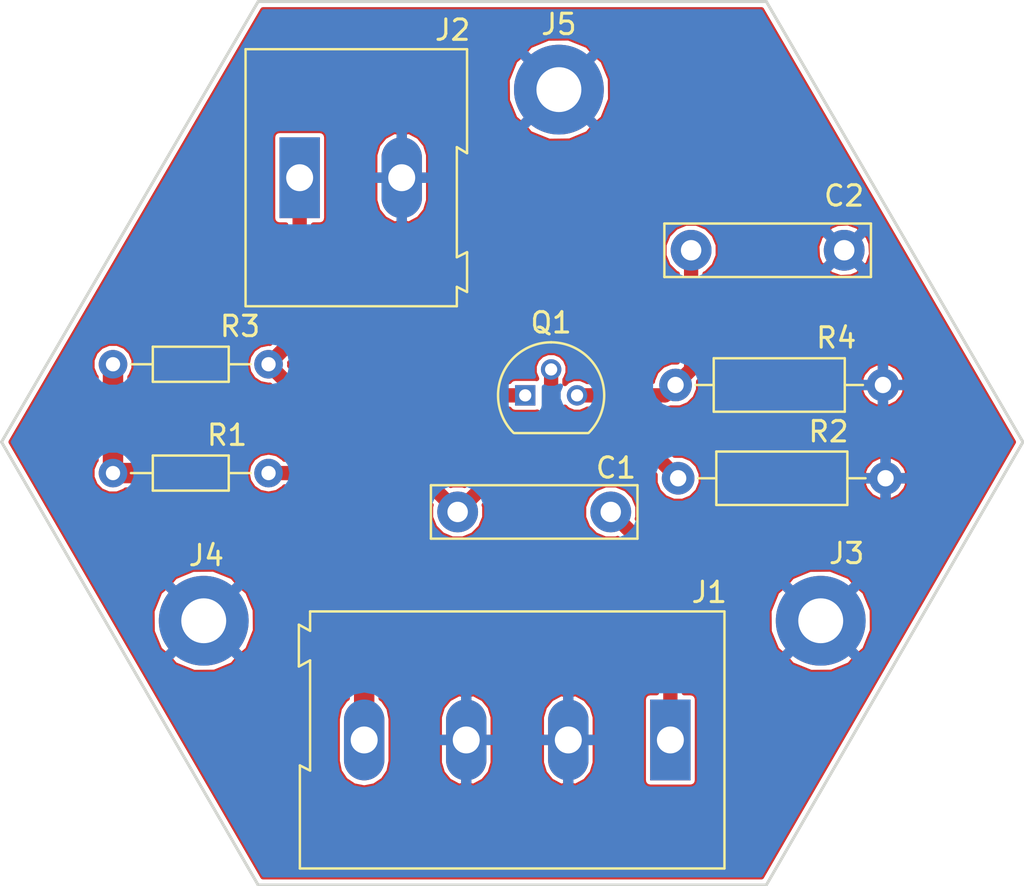
<source format=kicad_pcb>
(kicad_pcb (version 4) (host pcbnew 4.0.7)

  (general
    (links 18)
    (no_connects 0)
    (area 80.823999 118.034999 131.012001 161.492001)
    (thickness 1.6)
    (drawings 6)
    (tracks 22)
    (zones 0)
    (modules 12)
    (nets 7)
  )

  (page A4)
  (title_block
    (title Single_Transistor_AMP)
    (date 2018-04-04)
    (rev 2nd_Revision)
    (company Klavs_Reinis_Ozols)
  )

  (layers
    (0 F.Cu mixed)
    (31 B.Cu signal)
    (33 F.Adhes user hide)
    (35 F.Paste user)
    (37 F.SilkS user)
    (39 F.Mask user)
    (40 Dwgs.User user)
    (41 Cmts.User user)
    (42 Eco1.User user)
    (43 Eco2.User user)
    (44 Edge.Cuts user)
    (45 Margin user)
    (47 F.CrtYd user)
    (49 F.Fab user)
  )

  (setup
    (last_trace_width 0.7)
    (user_trace_width 0.3)
    (user_trace_width 0.5)
    (user_trace_width 0.7)
    (user_trace_width 1)
    (user_trace_width 1.5)
    (trace_clearance 0.2)
    (zone_clearance 0.2)
    (zone_45_only no)
    (trace_min 0.15)
    (segment_width 0.2)
    (edge_width 0.15)
    (via_size 0.6)
    (via_drill 0.4)
    (via_min_size 0.15)
    (via_min_drill 0.15)
    (uvia_size 0.3)
    (uvia_drill 0.1)
    (uvias_allowed no)
    (uvia_min_size 0.2)
    (uvia_min_drill 0.1)
    (pcb_text_width 0.3)
    (pcb_text_size 1.5 1.5)
    (mod_edge_width 0.15)
    (mod_text_size 1 1)
    (mod_text_width 0.15)
    (pad_size 1.524 1.524)
    (pad_drill 0.762)
    (pad_to_mask_clearance 0.2)
    (aux_axis_origin 0 0)
    (visible_elements 7FFFFFFF)
    (pcbplotparams
      (layerselection 0x00030_80000001)
      (usegerberextensions false)
      (excludeedgelayer true)
      (linewidth 0.100000)
      (plotframeref false)
      (viasonmask false)
      (mode 1)
      (useauxorigin false)
      (hpglpennumber 1)
      (hpglpenspeed 20)
      (hpglpendiameter 15)
      (hpglpenoverlay 2)
      (psnegative false)
      (psa4output false)
      (plotreference true)
      (plotvalue true)
      (plotinvisibletext false)
      (padsonsilk false)
      (subtractmaskfromsilk false)
      (outputformat 1)
      (mirror false)
      (drillshape 1)
      (scaleselection 1)
      (outputdirectory ""))
  )

  (net 0 "")
  (net 1 "Net-(C1-Pad1)")
  (net 2 "Net-(C1-Pad2)")
  (net 3 GND)
  (net 4 "Net-(C2-Pad2)")
  (net 5 +9V)
  (net 6 "Net-(J2-Pad1)")

  (net_class Default "This is the default net class."
    (clearance 0.2)
    (trace_width 0.2)
    (via_dia 0.6)
    (via_drill 0.4)
    (uvia_dia 0.3)
    (uvia_drill 0.1)
    (add_net +9V)
    (add_net GND)
    (add_net "Net-(C1-Pad1)")
    (add_net "Net-(C1-Pad2)")
    (add_net "Net-(C2-Pad2)")
    (add_net "Net-(J2-Pad1)")
  )

  (net_class "Minimal Eurocircuits settings" ""
    (clearance 0.15)
    (trace_width 0.15)
    (via_dia 0.35)
    (via_drill 0.15)
    (uvia_dia 0.3)
    (uvia_drill 0.1)
  )

  (net_class "Minimal PCBWAY settings" ""
    (clearance 0.2)
    (trace_width 0.2)
    (via_dia 0.4)
    (via_drill 0.2)
    (uvia_dia 0.3)
    (uvia_drill 0.1)
  )

  (net_class Power ""
    (clearance 0.3)
    (trace_width 0.3)
    (via_dia 0.6)
    (via_drill 0.4)
    (uvia_dia 0.3)
    (uvia_drill 0.1)
  )

  (module Connectors:AK300-4 (layer F.Cu) (tedit 587FD4EE) (tstamp 5ADFDD56)
    (at 113.665 154.305 180)
    (descr CONNECTOR)
    (tags CONNECTOR)
    (path /5ADF7F72)
    (fp_text reference J1 (at -1.905 7.239 180) (layer F.SilkS)
      (effects (font (size 1 1) (thickness 0.15)))
    )
    (fp_text value "Barosana un ieeja" (at 7.45 7.45 180) (layer F.Fab)
      (effects (font (size 1 1) (thickness 0.15)))
    )
    (fp_line (start -2.65 -6.3) (end 18.15 -6.3) (layer F.SilkS) (width 0.12))
    (fp_line (start 18.15 -6.3) (end 18.15 -1.25) (layer F.SilkS) (width 0.12))
    (fp_line (start 18.15 -1.25) (end 17.65 -1.5) (layer F.SilkS) (width 0.12))
    (fp_line (start 17.65 -1.5) (end 17.65 3.9) (layer F.SilkS) (width 0.12))
    (fp_line (start 17.65 3.9) (end 18.2 3.6) (layer F.SilkS) (width 0.12))
    (fp_line (start 18.2 3.6) (end 18.2 5.65) (layer F.SilkS) (width 0.12))
    (fp_line (start 18.2 5.65) (end 17.65 5.35) (layer F.SilkS) (width 0.12))
    (fp_line (start 17.65 5.35) (end 17.65 6.3) (layer F.SilkS) (width 0.12))
    (fp_line (start 17.65 6.3) (end -2.65 6.3) (layer F.SilkS) (width 0.12))
    (fp_line (start -2.65 6.3) (end -2.65 -6.3) (layer F.SilkS) (width 0.12))
    (fp_line (start 18.35 -6.47) (end 18.35 6.47) (layer F.CrtYd) (width 0.05))
    (fp_line (start -2.83 -6.47) (end -2.83 6.47) (layer F.CrtYd) (width 0.05))
    (fp_line (start -2.83 6.47) (end 18.35 6.47) (layer F.CrtYd) (width 0.05))
    (fp_line (start -2.83 -6.47) (end 18.35 -6.47) (layer F.CrtYd) (width 0.05))
    (fp_line (start 8.75 -0.25) (end 8.75 2.54) (layer F.Fab) (width 0.1))
    (fp_line (start 8.75 2.54) (end 11.29 2.54) (layer F.Fab) (width 0.1))
    (fp_line (start 11.29 2.54) (end 11.29 -0.25) (layer F.Fab) (width 0.1))
    (fp_line (start 7.94 -3.43) (end 7.94 -5.97) (layer F.Fab) (width 0.1))
    (fp_line (start 7.94 -5.97) (end 12 -5.97) (layer F.Fab) (width 0.1))
    (fp_line (start 12 -5.97) (end 12 -3.43) (layer F.Fab) (width 0.1))
    (fp_line (start 12 -3.43) (end 7.94 -3.43) (layer F.Fab) (width 0.1))
    (fp_line (start 8.34 -4.45) (end 11.39 -5.08) (layer F.Fab) (width 0.1))
    (fp_line (start 8.47 -4.32) (end 11.52 -4.95) (layer F.Fab) (width 0.1))
    (fp_line (start 7.99 4.32) (end 12.05 4.32) (layer F.Fab) (width 0.1))
    (fp_line (start 12.05 6.22) (end 12.05 -0.25) (layer F.Fab) (width 0.1))
    (fp_line (start 8.37 0.51) (end 8.75 0.51) (layer F.Fab) (width 0.1))
    (fp_line (start 8.37 0.51) (end 8.37 3.68) (layer F.Fab) (width 0.1))
    (fp_line (start 8.37 3.68) (end 11.67 3.68) (layer F.Fab) (width 0.1))
    (fp_line (start 11.67 3.68) (end 11.67 0.51) (layer F.Fab) (width 0.1))
    (fp_line (start 11.67 0.51) (end 11.29 0.51) (layer F.Fab) (width 0.1))
    (fp_line (start 12.51 -0.64) (end 17.59 -0.64) (layer F.Fab) (width 0.1))
    (fp_line (start 7.99 6.22) (end 7.99 -0.25) (layer F.Fab) (width 0.1))
    (fp_line (start 7.99 -0.25) (end 12.05 -0.25) (layer F.Fab) (width 0.1))
    (fp_line (start 16.95 6.22) (end 13.02 6.22) (layer F.Fab) (width 0.1))
    (fp_line (start 13.17 6.22) (end 7.07 6.22) (layer F.Fab) (width 0.1))
    (fp_line (start 17.59 -3.05) (end -2.58 -3.05) (layer F.Fab) (width 0.1))
    (fp_line (start 17.74 -6.22) (end -2.58 -6.22) (layer F.Fab) (width 0.1))
    (fp_line (start 12.66 -0.64) (end -2.52 -0.64) (layer F.Fab) (width 0.1))
    (fp_line (start 12.95 4) (end 12.95 -0.25) (layer F.Fab) (width 0.1))
    (fp_line (start 13.35 -0.25) (end 16.65 -0.25) (layer F.Fab) (width 0.1))
    (fp_line (start 12.97 -0.25) (end 13.35 -0.25) (layer F.Fab) (width 0.1))
    (fp_line (start 17.03 -0.25) (end 16.65 -0.25) (layer F.Fab) (width 0.1))
    (fp_line (start 13.5 -4.32) (end 16.55 -4.95) (layer F.Fab) (width 0.1))
    (fp_line (start 13.37 -4.45) (end 16.42 -5.08) (layer F.Fab) (width 0.1))
    (fp_line (start 17.03 -3.43) (end 12.97 -3.43) (layer F.Fab) (width 0.1))
    (fp_line (start 17.03 -5.97) (end 17.03 -3.43) (layer F.Fab) (width 0.1))
    (fp_line (start 12.97 -5.97) (end 17.03 -5.97) (layer F.Fab) (width 0.1))
    (fp_line (start 12.97 -3.43) (end 12.97 -5.97) (layer F.Fab) (width 0.1))
    (fp_line (start 17.59 -3.17) (end 17.59 -1.65) (layer F.Fab) (width 0.1))
    (fp_line (start 17.59 -0.64) (end 17.59 4.06) (layer F.Fab) (width 0.1))
    (fp_line (start 17.59 -1.65) (end 17.59 -0.64) (layer F.Fab) (width 0.1))
    (fp_line (start 16.65 0.51) (end 16.27 0.51) (layer F.Fab) (width 0.1))
    (fp_line (start 13.35 0.51) (end 13.73 0.51) (layer F.Fab) (width 0.1))
    (fp_line (start 13.35 3.68) (end 13.35 0.51) (layer F.Fab) (width 0.1))
    (fp_line (start 16.65 3.68) (end 13.35 3.68) (layer F.Fab) (width 0.1))
    (fp_line (start 16.65 3.68) (end 16.65 0.51) (layer F.Fab) (width 0.1))
    (fp_line (start 17.03 4.32) (end 17.03 6.22) (layer F.Fab) (width 0.1))
    (fp_line (start 12.97 4.32) (end 17.03 4.32) (layer F.Fab) (width 0.1))
    (fp_line (start 17.03 6.22) (end 17.59 6.22) (layer F.Fab) (width 0.1))
    (fp_line (start 17.03 -0.25) (end 17.03 4.32) (layer F.Fab) (width 0.1))
    (fp_line (start 12.97 6.22) (end 12.97 4.32) (layer F.Fab) (width 0.1))
    (fp_line (start 18.1 3.81) (end 18.1 5.46) (layer F.Fab) (width 0.1))
    (fp_line (start 17.59 4.06) (end 17.59 5.21) (layer F.Fab) (width 0.1))
    (fp_line (start 18.1 3.81) (end 17.59 4.06) (layer F.Fab) (width 0.1))
    (fp_line (start 17.59 5.21) (end 17.59 6.22) (layer F.Fab) (width 0.1))
    (fp_line (start 18.1 5.46) (end 17.59 5.21) (layer F.Fab) (width 0.1))
    (fp_line (start 18.1 -1.4) (end 17.59 -1.65) (layer F.Fab) (width 0.1))
    (fp_line (start 18.1 -6.22) (end 18.1 -1.4) (layer F.Fab) (width 0.1))
    (fp_line (start 17.59 -6.22) (end 18.1 -6.22) (layer F.Fab) (width 0.1))
    (fp_line (start 17.59 -6.22) (end 17.59 -3.17) (layer F.Fab) (width 0.1))
    (fp_line (start 13.73 2.54) (end 13.73 -0.25) (layer F.Fab) (width 0.1))
    (fp_line (start 13.73 -0.25) (end 16.27 -0.25) (layer F.Fab) (width 0.1))
    (fp_line (start 16.27 2.54) (end 16.27 -0.25) (layer F.Fab) (width 0.1))
    (fp_line (start 13.73 2.54) (end 16.27 2.54) (layer F.Fab) (width 0.1))
    (fp_line (start -1.28 2.54) (end 1.26 2.54) (layer F.Fab) (width 0.1))
    (fp_line (start 1.26 2.54) (end 1.26 -0.25) (layer F.Fab) (width 0.1))
    (fp_line (start -1.28 -0.25) (end 1.26 -0.25) (layer F.Fab) (width 0.1))
    (fp_line (start -1.28 2.54) (end -1.28 -0.25) (layer F.Fab) (width 0.1))
    (fp_line (start 3.72 2.54) (end 6.26 2.54) (layer F.Fab) (width 0.1))
    (fp_line (start 6.26 2.54) (end 6.26 -0.25) (layer F.Fab) (width 0.1))
    (fp_line (start 3.72 -0.25) (end 6.26 -0.25) (layer F.Fab) (width 0.1))
    (fp_line (start 3.72 2.54) (end 3.72 -0.25) (layer F.Fab) (width 0.1))
    (fp_line (start 12.95 5.21) (end 12.95 6.22) (layer F.Fab) (width 0.1))
    (fp_line (start 12.95 4.06) (end 12.95 5.21) (layer F.Fab) (width 0.1))
    (fp_line (start 2.96 6.22) (end 2.96 4.32) (layer F.Fab) (width 0.1))
    (fp_line (start 7.02 -0.25) (end 7.02 4.32) (layer F.Fab) (width 0.1))
    (fp_line (start 2.96 6.22) (end 7.02 6.22) (layer F.Fab) (width 0.1))
    (fp_line (start 2.02 6.22) (end 2.02 4.32) (layer F.Fab) (width 0.1))
    (fp_line (start 2.02 6.22) (end 2.96 6.22) (layer F.Fab) (width 0.1))
    (fp_line (start -2.05 -0.25) (end -2.05 4.32) (layer F.Fab) (width 0.1))
    (fp_line (start -2.58 6.22) (end -2.05 6.22) (layer F.Fab) (width 0.1))
    (fp_line (start -2.05 6.22) (end 2.02 6.22) (layer F.Fab) (width 0.1))
    (fp_line (start 2.96 4.32) (end 7.02 4.32) (layer F.Fab) (width 0.1))
    (fp_line (start 2.96 4.32) (end 2.96 -0.25) (layer F.Fab) (width 0.1))
    (fp_line (start 7.02 4.32) (end 7.02 6.22) (layer F.Fab) (width 0.1))
    (fp_line (start 2.02 4.32) (end -2.05 4.32) (layer F.Fab) (width 0.1))
    (fp_line (start 2.02 4.32) (end 2.02 -0.25) (layer F.Fab) (width 0.1))
    (fp_line (start -2.05 4.32) (end -2.05 6.22) (layer F.Fab) (width 0.1))
    (fp_line (start 6.64 3.68) (end 6.64 0.51) (layer F.Fab) (width 0.1))
    (fp_line (start 6.64 3.68) (end 3.34 3.68) (layer F.Fab) (width 0.1))
    (fp_line (start 3.34 3.68) (end 3.34 0.51) (layer F.Fab) (width 0.1))
    (fp_line (start 1.64 3.68) (end 1.64 0.51) (layer F.Fab) (width 0.1))
    (fp_line (start 1.64 3.68) (end -1.67 3.68) (layer F.Fab) (width 0.1))
    (fp_line (start -1.67 3.68) (end -1.67 0.51) (layer F.Fab) (width 0.1))
    (fp_line (start -1.67 0.51) (end -1.28 0.51) (layer F.Fab) (width 0.1))
    (fp_line (start 1.64 0.51) (end 1.26 0.51) (layer F.Fab) (width 0.1))
    (fp_line (start 3.34 0.51) (end 3.72 0.51) (layer F.Fab) (width 0.1))
    (fp_line (start 6.64 0.51) (end 6.26 0.51) (layer F.Fab) (width 0.1))
    (fp_line (start -2.58 6.22) (end -2.58 -0.64) (layer F.Fab) (width 0.1))
    (fp_line (start -2.58 -0.64) (end -2.58 -3.17) (layer F.Fab) (width 0.1))
    (fp_line (start -2.58 -3.17) (end -2.58 -6.22) (layer F.Fab) (width 0.1))
    (fp_line (start 2.96 -3.43) (end 2.96 -5.97) (layer F.Fab) (width 0.1))
    (fp_line (start 2.96 -5.97) (end 7.02 -5.97) (layer F.Fab) (width 0.1))
    (fp_line (start 7.02 -5.97) (end 7.02 -3.43) (layer F.Fab) (width 0.1))
    (fp_line (start 7.02 -3.43) (end 2.96 -3.43) (layer F.Fab) (width 0.1))
    (fp_line (start 2.02 -3.43) (end 2.02 -5.97) (layer F.Fab) (width 0.1))
    (fp_line (start 2.02 -3.43) (end -2.05 -3.43) (layer F.Fab) (width 0.1))
    (fp_line (start -2.05 -3.43) (end -2.05 -5.97) (layer F.Fab) (width 0.1))
    (fp_line (start 2.02 -5.97) (end -2.05 -5.97) (layer F.Fab) (width 0.1))
    (fp_line (start 3.36 -4.45) (end 6.41 -5.08) (layer F.Fab) (width 0.1))
    (fp_line (start 3.49 -4.32) (end 6.54 -4.95) (layer F.Fab) (width 0.1))
    (fp_line (start -1.64 -4.45) (end 1.41 -5.08) (layer F.Fab) (width 0.1))
    (fp_line (start -1.51 -4.32) (end 1.53 -4.95) (layer F.Fab) (width 0.1))
    (fp_line (start -2.05 -0.25) (end -1.67 -0.25) (layer F.Fab) (width 0.1))
    (fp_line (start 2.02 -0.25) (end 1.64 -0.25) (layer F.Fab) (width 0.1))
    (fp_line (start 1.64 -0.25) (end -1.67 -0.25) (layer F.Fab) (width 0.1))
    (fp_line (start 7.02 -0.25) (end 6.64 -0.25) (layer F.Fab) (width 0.1))
    (fp_line (start 2.96 -0.25) (end 3.34 -0.25) (layer F.Fab) (width 0.1))
    (fp_line (start 3.34 -0.25) (end 6.64 -0.25) (layer F.Fab) (width 0.1))
    (fp_arc (start 10.99 -4.59) (end 11.49 -5.05) (angle 90.5) (layer F.Fab) (width 0.1))
    (fp_arc (start 10.02 -6.07) (end 11.48 -4.12) (angle 75.5) (layer F.Fab) (width 0.1))
    (fp_arc (start 9.94 -3.71) (end 8.34 -5) (angle 100) (layer F.Fab) (width 0.1))
    (fp_arc (start 8.83 -4.65) (end 8.54 -4.13) (angle 104.2) (layer F.Fab) (width 0.1))
    (fp_arc (start 13.86 -4.65) (end 13.57 -4.13) (angle 104.2) (layer F.Fab) (width 0.1))
    (fp_arc (start 14.97 -3.71) (end 13.37 -5) (angle 100) (layer F.Fab) (width 0.1))
    (fp_arc (start 15.05 -6.07) (end 16.51 -4.12) (angle 75.5) (layer F.Fab) (width 0.1))
    (fp_arc (start 16.02 -4.59) (end 16.52 -5.05) (angle 90.5) (layer F.Fab) (width 0.1))
    (fp_arc (start 6.01 -4.59) (end 6.51 -5.05) (angle 90.5) (layer F.Fab) (width 0.1))
    (fp_arc (start 5.04 -6.07) (end 6.5 -4.12) (angle 75.5) (layer F.Fab) (width 0.1))
    (fp_arc (start 4.96 -3.71) (end 3.36 -5) (angle 100) (layer F.Fab) (width 0.1))
    (fp_arc (start 3.85 -4.65) (end 3.56 -4.13) (angle 104.2) (layer F.Fab) (width 0.1))
    (fp_arc (start 1 -4.59) (end 1.51 -5.05) (angle 90.5) (layer F.Fab) (width 0.1))
    (fp_arc (start 0.04 -6.07) (end 1.5 -4.12) (angle 75.5) (layer F.Fab) (width 0.1))
    (fp_arc (start -0.04 -3.71) (end -1.64 -5) (angle 100) (layer F.Fab) (width 0.1))
    (fp_arc (start -1.16 -4.65) (end -1.44 -4.13) (angle 104.2) (layer F.Fab) (width 0.1))
    (pad 1 thru_hole rect (at 0 0 180) (size 1.98 3.96) (drill 1.32) (layers *.Cu F.Paste F.Mask)
      (net 2 "Net-(C1-Pad2)"))
    (pad 2 thru_hole oval (at 5 0 180) (size 1.98 3.96) (drill 1.32) (layers *.Cu F.Paste F.Mask)
      (net 3 GND))
    (pad 4 thru_hole oval (at 15 0 180) (size 1.98 3.96) (drill 1.32) (layers *.Cu F.Paste F.Mask)
      (net 5 +9V))
    (pad 3 thru_hole oval (at 10 0 180) (size 1.98 3.96) (drill 1.32) (layers *.Cu *.Mask)
      (net 3 GND))
  )

  (module TO_SOT_Packages_THT:TO-92_Molded_Narrow (layer F.Cu) (tedit 58CE52AF) (tstamp 5ADFDD68)
    (at 106.553 137.414)
    (descr "TO-92 leads molded, narrow, drill 0.6mm (see NXP sot054_po.pdf)")
    (tags "to-92 sc-43 sc-43a sot54 PA33 transistor")
    (path /5AAA347B)
    (fp_text reference Q1 (at 1.27 -3.56) (layer F.SilkS)
      (effects (font (size 1 1) (thickness 0.15)))
    )
    (fp_text value BC547 (at 1.27 2.79) (layer F.Fab)
      (effects (font (size 1 1) (thickness 0.15)))
    )
    (fp_text user %R (at 1.27 -3.56) (layer F.Fab)
      (effects (font (size 1 1) (thickness 0.15)))
    )
    (fp_line (start -0.53 1.85) (end 3.07 1.85) (layer F.SilkS) (width 0.12))
    (fp_line (start -0.5 1.75) (end 3 1.75) (layer F.Fab) (width 0.1))
    (fp_line (start -1.46 -2.73) (end 4 -2.73) (layer F.CrtYd) (width 0.05))
    (fp_line (start -1.46 -2.73) (end -1.46 2.01) (layer F.CrtYd) (width 0.05))
    (fp_line (start 4 2.01) (end 4 -2.73) (layer F.CrtYd) (width 0.05))
    (fp_line (start 4 2.01) (end -1.46 2.01) (layer F.CrtYd) (width 0.05))
    (fp_arc (start 1.27 0) (end 1.27 -2.48) (angle 135) (layer F.Fab) (width 0.1))
    (fp_arc (start 1.27 0) (end 1.27 -2.6) (angle -135) (layer F.SilkS) (width 0.12))
    (fp_arc (start 1.27 0) (end 1.27 -2.48) (angle -135) (layer F.Fab) (width 0.1))
    (fp_arc (start 1.27 0) (end 1.27 -2.6) (angle 135) (layer F.SilkS) (width 0.12))
    (pad 2 thru_hole circle (at 1.27 -1.27 90) (size 1 1) (drill 0.6) (layers *.Cu *.Mask)
      (net 1 "Net-(C1-Pad1)"))
    (pad 3 thru_hole circle (at 2.54 0 90) (size 1 1) (drill 0.6) (layers *.Cu *.Mask)
      (net 4 "Net-(C2-Pad2)"))
    (pad 1 thru_hole rect (at 0 0 90) (size 1 1) (drill 0.6) (layers *.Cu *.Mask)
      (net 6 "Net-(J2-Pad1)"))
    (model ${KISYS3DMOD}/TO_SOT_Packages_THT.3dshapes/TO-92_Molded_Narrow.wrl
      (at (xyz 0.05 0 0))
      (scale (xyz 1 1 1))
      (rotate (xyz 0 0 -90))
    )
  )

  (module Resistors_THT:R_Axial_DIN0204_L3.6mm_D1.6mm_P7.62mm_Horizontal (layer F.Cu) (tedit 5874F706) (tstamp 5ADFDD7E)
    (at 86.36 141.224)
    (descr "Resistor, Axial_DIN0204 series, Axial, Horizontal, pin pitch=7.62mm, 0.16666666666666666W = 1/6W, length*diameter=3.6*1.6mm^2, http://cdn-reichelt.de/documents/datenblatt/B400/1_4W%23YAG.pdf")
    (tags "Resistor Axial_DIN0204 series Axial Horizontal pin pitch 7.62mm 0.16666666666666666W = 1/6W length 3.6mm diameter 1.6mm")
    (path /5AAA3008)
    (fp_text reference R1 (at 5.588 -1.86) (layer F.SilkS)
      (effects (font (size 1 1) (thickness 0.15)))
    )
    (fp_text value "4.7 k" (at 3.81 1.86) (layer F.Fab)
      (effects (font (size 1 1) (thickness 0.15)))
    )
    (fp_line (start 2.01 -0.8) (end 2.01 0.8) (layer F.Fab) (width 0.1))
    (fp_line (start 2.01 0.8) (end 5.61 0.8) (layer F.Fab) (width 0.1))
    (fp_line (start 5.61 0.8) (end 5.61 -0.8) (layer F.Fab) (width 0.1))
    (fp_line (start 5.61 -0.8) (end 2.01 -0.8) (layer F.Fab) (width 0.1))
    (fp_line (start 0 0) (end 2.01 0) (layer F.Fab) (width 0.1))
    (fp_line (start 7.62 0) (end 5.61 0) (layer F.Fab) (width 0.1))
    (fp_line (start 1.95 -0.86) (end 1.95 0.86) (layer F.SilkS) (width 0.12))
    (fp_line (start 1.95 0.86) (end 5.67 0.86) (layer F.SilkS) (width 0.12))
    (fp_line (start 5.67 0.86) (end 5.67 -0.86) (layer F.SilkS) (width 0.12))
    (fp_line (start 5.67 -0.86) (end 1.95 -0.86) (layer F.SilkS) (width 0.12))
    (fp_line (start 0.88 0) (end 1.95 0) (layer F.SilkS) (width 0.12))
    (fp_line (start 6.74 0) (end 5.67 0) (layer F.SilkS) (width 0.12))
    (fp_line (start -0.95 -1.15) (end -0.95 1.15) (layer F.CrtYd) (width 0.05))
    (fp_line (start -0.95 1.15) (end 8.6 1.15) (layer F.CrtYd) (width 0.05))
    (fp_line (start 8.6 1.15) (end 8.6 -1.15) (layer F.CrtYd) (width 0.05))
    (fp_line (start 8.6 -1.15) (end -0.95 -1.15) (layer F.CrtYd) (width 0.05))
    (pad 1 thru_hole circle (at 0 0) (size 1.4 1.4) (drill 0.7) (layers *.Cu *.Mask)
      (net 5 +9V))
    (pad 2 thru_hole oval (at 7.62 0) (size 1.4 1.4) (drill 0.7) (layers *.Cu *.Mask)
      (net 1 "Net-(C1-Pad1)"))
    (model ${KISYS3DMOD}/Resistors_THT.3dshapes/R_Axial_DIN0204_L3.6mm_D1.6mm_P7.62mm_Horizontal.wrl
      (at (xyz 0 0 0))
      (scale (xyz 0.393701 0.393701 0.393701))
      (rotate (xyz 0 0 0))
    )
  )

  (module Resistors_THT:R_Axial_DIN0207_L6.3mm_D2.5mm_P10.16mm_Horizontal (layer F.Cu) (tedit 5874F706) (tstamp 5ADFDD94)
    (at 114.046 141.478)
    (descr "Resistor, Axial_DIN0207 series, Axial, Horizontal, pin pitch=10.16mm, 0.25W = 1/4W, length*diameter=6.3*2.5mm^2, http://cdn-reichelt.de/documents/datenblatt/B400/1_4W%23YAG.pdf")
    (tags "Resistor Axial_DIN0207 series Axial Horizontal pin pitch 10.16mm 0.25W = 1/4W length 6.3mm diameter 2.5mm")
    (path /5AAA302E)
    (fp_text reference R2 (at 7.366 -2.286) (layer F.SilkS)
      (effects (font (size 1 1) (thickness 0.15)))
    )
    (fp_text value 1k (at 5.08 2.31) (layer F.Fab)
      (effects (font (size 1 1) (thickness 0.15)))
    )
    (fp_line (start 1.93 -1.25) (end 1.93 1.25) (layer F.Fab) (width 0.1))
    (fp_line (start 1.93 1.25) (end 8.23 1.25) (layer F.Fab) (width 0.1))
    (fp_line (start 8.23 1.25) (end 8.23 -1.25) (layer F.Fab) (width 0.1))
    (fp_line (start 8.23 -1.25) (end 1.93 -1.25) (layer F.Fab) (width 0.1))
    (fp_line (start 0 0) (end 1.93 0) (layer F.Fab) (width 0.1))
    (fp_line (start 10.16 0) (end 8.23 0) (layer F.Fab) (width 0.1))
    (fp_line (start 1.87 -1.31) (end 1.87 1.31) (layer F.SilkS) (width 0.12))
    (fp_line (start 1.87 1.31) (end 8.29 1.31) (layer F.SilkS) (width 0.12))
    (fp_line (start 8.29 1.31) (end 8.29 -1.31) (layer F.SilkS) (width 0.12))
    (fp_line (start 8.29 -1.31) (end 1.87 -1.31) (layer F.SilkS) (width 0.12))
    (fp_line (start 0.98 0) (end 1.87 0) (layer F.SilkS) (width 0.12))
    (fp_line (start 9.18 0) (end 8.29 0) (layer F.SilkS) (width 0.12))
    (fp_line (start -1.05 -1.6) (end -1.05 1.6) (layer F.CrtYd) (width 0.05))
    (fp_line (start -1.05 1.6) (end 11.25 1.6) (layer F.CrtYd) (width 0.05))
    (fp_line (start 11.25 1.6) (end 11.25 -1.6) (layer F.CrtYd) (width 0.05))
    (fp_line (start 11.25 -1.6) (end -1.05 -1.6) (layer F.CrtYd) (width 0.05))
    (pad 1 thru_hole circle (at 0 0) (size 1.6 1.6) (drill 0.8) (layers *.Cu *.Mask)
      (net 1 "Net-(C1-Pad1)"))
    (pad 2 thru_hole oval (at 10.16 0) (size 1.6 1.6) (drill 0.8) (layers *.Cu *.Mask)
      (net 3 GND))
    (model ${KISYS3DMOD}/Resistors_THT.3dshapes/R_Axial_DIN0207_L6.3mm_D2.5mm_P10.16mm_Horizontal.wrl
      (at (xyz 0 0 0))
      (scale (xyz 0.393701 0.393701 0.393701))
      (rotate (xyz 0 0 0))
    )
  )

  (module Resistors_THT:R_Axial_DIN0204_L3.6mm_D1.6mm_P7.62mm_Horizontal (layer F.Cu) (tedit 5874F706) (tstamp 5ADFDDAA)
    (at 86.36 135.89)
    (descr "Resistor, Axial_DIN0204 series, Axial, Horizontal, pin pitch=7.62mm, 0.16666666666666666W = 1/6W, length*diameter=3.6*1.6mm^2, http://cdn-reichelt.de/documents/datenblatt/B400/1_4W%23YAG.pdf")
    (tags "Resistor Axial_DIN0204 series Axial Horizontal pin pitch 7.62mm 0.16666666666666666W = 1/6W length 3.6mm diameter 1.6mm")
    (path /5AAA2F9D)
    (fp_text reference R3 (at 6.223 -1.86) (layer F.SilkS)
      (effects (font (size 1 1) (thickness 0.15)))
    )
    (fp_text value "4.7 k" (at 3.81 1.86) (layer F.Fab)
      (effects (font (size 1 1) (thickness 0.15)))
    )
    (fp_line (start 2.01 -0.8) (end 2.01 0.8) (layer F.Fab) (width 0.1))
    (fp_line (start 2.01 0.8) (end 5.61 0.8) (layer F.Fab) (width 0.1))
    (fp_line (start 5.61 0.8) (end 5.61 -0.8) (layer F.Fab) (width 0.1))
    (fp_line (start 5.61 -0.8) (end 2.01 -0.8) (layer F.Fab) (width 0.1))
    (fp_line (start 0 0) (end 2.01 0) (layer F.Fab) (width 0.1))
    (fp_line (start 7.62 0) (end 5.61 0) (layer F.Fab) (width 0.1))
    (fp_line (start 1.95 -0.86) (end 1.95 0.86) (layer F.SilkS) (width 0.12))
    (fp_line (start 1.95 0.86) (end 5.67 0.86) (layer F.SilkS) (width 0.12))
    (fp_line (start 5.67 0.86) (end 5.67 -0.86) (layer F.SilkS) (width 0.12))
    (fp_line (start 5.67 -0.86) (end 1.95 -0.86) (layer F.SilkS) (width 0.12))
    (fp_line (start 0.88 0) (end 1.95 0) (layer F.SilkS) (width 0.12))
    (fp_line (start 6.74 0) (end 5.67 0) (layer F.SilkS) (width 0.12))
    (fp_line (start -0.95 -1.15) (end -0.95 1.15) (layer F.CrtYd) (width 0.05))
    (fp_line (start -0.95 1.15) (end 8.6 1.15) (layer F.CrtYd) (width 0.05))
    (fp_line (start 8.6 1.15) (end 8.6 -1.15) (layer F.CrtYd) (width 0.05))
    (fp_line (start 8.6 -1.15) (end -0.95 -1.15) (layer F.CrtYd) (width 0.05))
    (pad 1 thru_hole circle (at 0 0) (size 1.4 1.4) (drill 0.7) (layers *.Cu *.Mask)
      (net 5 +9V))
    (pad 2 thru_hole oval (at 7.62 0) (size 1.4 1.4) (drill 0.7) (layers *.Cu *.Mask)
      (net 6 "Net-(J2-Pad1)"))
    (model ${KISYS3DMOD}/Resistors_THT.3dshapes/R_Axial_DIN0204_L3.6mm_D1.6mm_P7.62mm_Horizontal.wrl
      (at (xyz 0 0 0))
      (scale (xyz 0.393701 0.393701 0.393701))
      (rotate (xyz 0 0 0))
    )
  )

  (module Resistors_THT:R_Axial_DIN0207_L6.3mm_D2.5mm_P10.16mm_Horizontal (layer F.Cu) (tedit 5874F706) (tstamp 5ADFDDC0)
    (at 113.919 136.906)
    (descr "Resistor, Axial_DIN0207 series, Axial, Horizontal, pin pitch=10.16mm, 0.25W = 1/4W, length*diameter=6.3*2.5mm^2, http://cdn-reichelt.de/documents/datenblatt/B400/1_4W%23YAG.pdf")
    (tags "Resistor Axial_DIN0207 series Axial Horizontal pin pitch 10.16mm 0.25W = 1/4W length 6.3mm diameter 2.5mm")
    (path /5AAA3062)
    (fp_text reference R4 (at 7.874 -2.31) (layer F.SilkS)
      (effects (font (size 1 1) (thickness 0.15)))
    )
    (fp_text value "1 k" (at 5.08 2.31) (layer F.Fab)
      (effects (font (size 1 1) (thickness 0.15)))
    )
    (fp_line (start 1.93 -1.25) (end 1.93 1.25) (layer F.Fab) (width 0.1))
    (fp_line (start 1.93 1.25) (end 8.23 1.25) (layer F.Fab) (width 0.1))
    (fp_line (start 8.23 1.25) (end 8.23 -1.25) (layer F.Fab) (width 0.1))
    (fp_line (start 8.23 -1.25) (end 1.93 -1.25) (layer F.Fab) (width 0.1))
    (fp_line (start 0 0) (end 1.93 0) (layer F.Fab) (width 0.1))
    (fp_line (start 10.16 0) (end 8.23 0) (layer F.Fab) (width 0.1))
    (fp_line (start 1.87 -1.31) (end 1.87 1.31) (layer F.SilkS) (width 0.12))
    (fp_line (start 1.87 1.31) (end 8.29 1.31) (layer F.SilkS) (width 0.12))
    (fp_line (start 8.29 1.31) (end 8.29 -1.31) (layer F.SilkS) (width 0.12))
    (fp_line (start 8.29 -1.31) (end 1.87 -1.31) (layer F.SilkS) (width 0.12))
    (fp_line (start 0.98 0) (end 1.87 0) (layer F.SilkS) (width 0.12))
    (fp_line (start 9.18 0) (end 8.29 0) (layer F.SilkS) (width 0.12))
    (fp_line (start -1.05 -1.6) (end -1.05 1.6) (layer F.CrtYd) (width 0.05))
    (fp_line (start -1.05 1.6) (end 11.25 1.6) (layer F.CrtYd) (width 0.05))
    (fp_line (start 11.25 1.6) (end 11.25 -1.6) (layer F.CrtYd) (width 0.05))
    (fp_line (start 11.25 -1.6) (end -1.05 -1.6) (layer F.CrtYd) (width 0.05))
    (pad 1 thru_hole circle (at 0 0) (size 1.6 1.6) (drill 0.8) (layers *.Cu *.Mask)
      (net 4 "Net-(C2-Pad2)"))
    (pad 2 thru_hole oval (at 10.16 0) (size 1.6 1.6) (drill 0.8) (layers *.Cu *.Mask)
      (net 3 GND))
    (model ${KISYS3DMOD}/Resistors_THT.3dshapes/R_Axial_DIN0207_L6.3mm_D2.5mm_P10.16mm_Horizontal.wrl
      (at (xyz 0 0 0))
      (scale (xyz 0.393701 0.393701 0.393701))
      (rotate (xyz 0 0 0))
    )
  )

  (module Connectors:AK300-2 (layer F.Cu) (tedit 587FD45E) (tstamp 5ADFFFB9)
    (at 95.504 126.746)
    (descr CONNECTOR)
    (tags CONNECTOR)
    (path /5ADF7E08)
    (fp_text reference J2 (at 7.493 -7.239) (layer F.SilkS)
      (effects (font (size 1 1) (thickness 0.15)))
    )
    (fp_text value Izeja (at 2.78 7.75) (layer F.Fab)
      (effects (font (size 1 1) (thickness 0.15)))
    )
    (fp_line (start -2.65 -6.3) (end -2.65 6.3) (layer F.SilkS) (width 0.12))
    (fp_line (start -2.65 6.3) (end 7.7 6.3) (layer F.SilkS) (width 0.12))
    (fp_line (start 7.7 6.3) (end 7.7 5.35) (layer F.SilkS) (width 0.12))
    (fp_line (start 7.7 5.35) (end 8.2 5.6) (layer F.SilkS) (width 0.12))
    (fp_line (start 8.2 5.6) (end 8.2 3.7) (layer F.SilkS) (width 0.12))
    (fp_line (start 8.2 3.7) (end 8.2 3.65) (layer F.SilkS) (width 0.12))
    (fp_line (start 8.2 3.65) (end 7.7 3.9) (layer F.SilkS) (width 0.12))
    (fp_line (start 7.7 3.9) (end 7.7 -1.5) (layer F.SilkS) (width 0.12))
    (fp_line (start 7.7 -1.5) (end 8.2 -1.2) (layer F.SilkS) (width 0.12))
    (fp_line (start 8.2 -1.2) (end 8.2 -6.3) (layer F.SilkS) (width 0.12))
    (fp_line (start 8.2 -6.3) (end -2.65 -6.3) (layer F.SilkS) (width 0.12))
    (fp_line (start 8.36 -6.47) (end -2.83 -6.47) (layer F.CrtYd) (width 0.05))
    (fp_line (start 8.36 6.47) (end 8.36 -6.47) (layer F.CrtYd) (width 0.05))
    (fp_line (start -2.83 6.47) (end 8.36 6.47) (layer F.CrtYd) (width 0.05))
    (fp_line (start -2.83 -6.47) (end -2.83 6.47) (layer F.CrtYd) (width 0.05))
    (fp_line (start -1.26 2.54) (end 1.28 2.54) (layer F.Fab) (width 0.1))
    (fp_line (start 1.28 2.54) (end 1.28 -0.25) (layer F.Fab) (width 0.1))
    (fp_line (start -1.26 -0.25) (end 1.28 -0.25) (layer F.Fab) (width 0.1))
    (fp_line (start -1.26 2.54) (end -1.26 -0.25) (layer F.Fab) (width 0.1))
    (fp_line (start 3.74 2.54) (end 6.28 2.54) (layer F.Fab) (width 0.1))
    (fp_line (start 6.28 2.54) (end 6.28 -0.25) (layer F.Fab) (width 0.1))
    (fp_line (start 3.74 -0.25) (end 6.28 -0.25) (layer F.Fab) (width 0.1))
    (fp_line (start 3.74 2.54) (end 3.74 -0.25) (layer F.Fab) (width 0.1))
    (fp_line (start 7.61 -6.22) (end 7.61 -3.17) (layer F.Fab) (width 0.1))
    (fp_line (start 7.61 -6.22) (end -2.58 -6.22) (layer F.Fab) (width 0.1))
    (fp_line (start 7.61 -6.22) (end 8.11 -6.22) (layer F.Fab) (width 0.1))
    (fp_line (start 8.11 -6.22) (end 8.11 -1.4) (layer F.Fab) (width 0.1))
    (fp_line (start 8.11 -1.4) (end 7.61 -1.65) (layer F.Fab) (width 0.1))
    (fp_line (start 8.11 5.46) (end 7.61 5.21) (layer F.Fab) (width 0.1))
    (fp_line (start 7.61 5.21) (end 7.61 6.22) (layer F.Fab) (width 0.1))
    (fp_line (start 8.11 3.81) (end 7.61 4.06) (layer F.Fab) (width 0.1))
    (fp_line (start 7.61 4.06) (end 7.61 5.21) (layer F.Fab) (width 0.1))
    (fp_line (start 8.11 3.81) (end 8.11 5.46) (layer F.Fab) (width 0.1))
    (fp_line (start 2.98 6.22) (end 2.98 4.32) (layer F.Fab) (width 0.1))
    (fp_line (start 7.05 -0.25) (end 7.05 4.32) (layer F.Fab) (width 0.1))
    (fp_line (start 2.98 6.22) (end 7.05 6.22) (layer F.Fab) (width 0.1))
    (fp_line (start 7.05 6.22) (end 7.61 6.22) (layer F.Fab) (width 0.1))
    (fp_line (start 2.04 6.22) (end 2.04 4.32) (layer F.Fab) (width 0.1))
    (fp_line (start 2.04 6.22) (end 2.98 6.22) (layer F.Fab) (width 0.1))
    (fp_line (start -2.02 -0.25) (end -2.02 4.32) (layer F.Fab) (width 0.1))
    (fp_line (start -2.58 6.22) (end -2.02 6.22) (layer F.Fab) (width 0.1))
    (fp_line (start -2.02 6.22) (end 2.04 6.22) (layer F.Fab) (width 0.1))
    (fp_line (start 2.98 4.32) (end 7.05 4.32) (layer F.Fab) (width 0.1))
    (fp_line (start 2.98 4.32) (end 2.98 -0.25) (layer F.Fab) (width 0.1))
    (fp_line (start 7.05 4.32) (end 7.05 6.22) (layer F.Fab) (width 0.1))
    (fp_line (start 2.04 4.32) (end -2.02 4.32) (layer F.Fab) (width 0.1))
    (fp_line (start 2.04 4.32) (end 2.04 -0.25) (layer F.Fab) (width 0.1))
    (fp_line (start -2.02 4.32) (end -2.02 6.22) (layer F.Fab) (width 0.1))
    (fp_line (start 6.67 3.68) (end 6.67 0.51) (layer F.Fab) (width 0.1))
    (fp_line (start 6.67 3.68) (end 3.36 3.68) (layer F.Fab) (width 0.1))
    (fp_line (start 3.36 3.68) (end 3.36 0.51) (layer F.Fab) (width 0.1))
    (fp_line (start 1.66 3.68) (end 1.66 0.51) (layer F.Fab) (width 0.1))
    (fp_line (start 1.66 3.68) (end -1.64 3.68) (layer F.Fab) (width 0.1))
    (fp_line (start -1.64 3.68) (end -1.64 0.51) (layer F.Fab) (width 0.1))
    (fp_line (start -1.64 0.51) (end -1.26 0.51) (layer F.Fab) (width 0.1))
    (fp_line (start 1.66 0.51) (end 1.28 0.51) (layer F.Fab) (width 0.1))
    (fp_line (start 3.36 0.51) (end 3.74 0.51) (layer F.Fab) (width 0.1))
    (fp_line (start 6.67 0.51) (end 6.28 0.51) (layer F.Fab) (width 0.1))
    (fp_line (start -2.58 6.22) (end -2.58 -0.64) (layer F.Fab) (width 0.1))
    (fp_line (start -2.58 -0.64) (end -2.58 -3.17) (layer F.Fab) (width 0.1))
    (fp_line (start 7.61 -1.65) (end 7.61 -0.64) (layer F.Fab) (width 0.1))
    (fp_line (start 7.61 -0.64) (end 7.61 4.06) (layer F.Fab) (width 0.1))
    (fp_line (start -2.58 -3.17) (end 7.61 -3.17) (layer F.Fab) (width 0.1))
    (fp_line (start -2.58 -3.17) (end -2.58 -6.22) (layer F.Fab) (width 0.1))
    (fp_line (start 7.61 -3.17) (end 7.61 -1.65) (layer F.Fab) (width 0.1))
    (fp_line (start 2.98 -3.43) (end 2.98 -5.97) (layer F.Fab) (width 0.1))
    (fp_line (start 2.98 -5.97) (end 7.05 -5.97) (layer F.Fab) (width 0.1))
    (fp_line (start 7.05 -5.97) (end 7.05 -3.43) (layer F.Fab) (width 0.1))
    (fp_line (start 7.05 -3.43) (end 2.98 -3.43) (layer F.Fab) (width 0.1))
    (fp_line (start 2.04 -3.43) (end 2.04 -5.97) (layer F.Fab) (width 0.1))
    (fp_line (start 2.04 -3.43) (end -2.02 -3.43) (layer F.Fab) (width 0.1))
    (fp_line (start -2.02 -3.43) (end -2.02 -5.97) (layer F.Fab) (width 0.1))
    (fp_line (start 2.04 -5.97) (end -2.02 -5.97) (layer F.Fab) (width 0.1))
    (fp_line (start 3.39 -4.45) (end 6.44 -5.08) (layer F.Fab) (width 0.1))
    (fp_line (start 3.52 -4.32) (end 6.56 -4.95) (layer F.Fab) (width 0.1))
    (fp_line (start -1.62 -4.45) (end 1.44 -5.08) (layer F.Fab) (width 0.1))
    (fp_line (start -1.49 -4.32) (end 1.56 -4.95) (layer F.Fab) (width 0.1))
    (fp_line (start -2.02 -0.25) (end -1.64 -0.25) (layer F.Fab) (width 0.1))
    (fp_line (start 2.04 -0.25) (end 1.66 -0.25) (layer F.Fab) (width 0.1))
    (fp_line (start 1.66 -0.25) (end -1.64 -0.25) (layer F.Fab) (width 0.1))
    (fp_line (start -2.58 -0.64) (end -1.64 -0.64) (layer F.Fab) (width 0.1))
    (fp_line (start -1.64 -0.64) (end 1.66 -0.64) (layer F.Fab) (width 0.1))
    (fp_line (start 1.66 -0.64) (end 3.36 -0.64) (layer F.Fab) (width 0.1))
    (fp_line (start 7.61 -0.64) (end 6.67 -0.64) (layer F.Fab) (width 0.1))
    (fp_line (start 6.67 -0.64) (end 3.36 -0.64) (layer F.Fab) (width 0.1))
    (fp_line (start 7.05 -0.25) (end 6.67 -0.25) (layer F.Fab) (width 0.1))
    (fp_line (start 2.98 -0.25) (end 3.36 -0.25) (layer F.Fab) (width 0.1))
    (fp_line (start 3.36 -0.25) (end 6.67 -0.25) (layer F.Fab) (width 0.1))
    (fp_arc (start 6.03 -4.59) (end 6.54 -5.05) (angle 90.5) (layer F.Fab) (width 0.1))
    (fp_arc (start 5.07 -6.07) (end 6.53 -4.12) (angle 75.5) (layer F.Fab) (width 0.1))
    (fp_arc (start 4.99 -3.71) (end 3.39 -5) (angle 100) (layer F.Fab) (width 0.1))
    (fp_arc (start 3.87 -4.65) (end 3.58 -4.13) (angle 104.2) (layer F.Fab) (width 0.1))
    (fp_arc (start 1.03 -4.59) (end 1.53 -5.05) (angle 90.5) (layer F.Fab) (width 0.1))
    (fp_arc (start 0.06 -6.07) (end 1.53 -4.12) (angle 75.5) (layer F.Fab) (width 0.1))
    (fp_arc (start -0.01 -3.71) (end -1.62 -5) (angle 100) (layer F.Fab) (width 0.1))
    (fp_arc (start -1.13 -4.65) (end -1.42 -4.13) (angle 104.2) (layer F.Fab) (width 0.1))
    (pad 1 thru_hole rect (at 0 0) (size 1.98 3.96) (drill 1.32) (layers *.Cu F.Paste F.Mask)
      (net 6 "Net-(J2-Pad1)"))
    (pad 2 thru_hole oval (at 5 0) (size 1.98 3.96) (drill 1.32) (layers *.Cu F.Paste F.Mask)
      (net 3 GND))
  )

  (module Mounting_Holes:MountingHole_2.2mm_M2_Pad (layer F.Cu) (tedit 56D1B4CB) (tstamp 5AE8C018)
    (at 121.031 148.463)
    (descr "Mounting Hole 2.2mm, M2")
    (tags "mounting hole 2.2mm m2")
    (path /5ADF8EFF)
    (fp_text reference J3 (at 1.27 -3.302) (layer F.SilkS)
      (effects (font (size 1 1) (thickness 0.15)))
    )
    (fp_text value Stiprinajums1 (at 0 3.2) (layer F.Fab)
      (effects (font (size 1 1) (thickness 0.15)))
    )
    (fp_circle (center 0 0) (end 2.2 0) (layer Cmts.User) (width 0.15))
    (fp_circle (center 0 0) (end 2.45 0) (layer F.CrtYd) (width 0.05))
    (pad 1 thru_hole circle (at 0 0) (size 4.4 4.4) (drill 2.2) (layers *.Cu *.Mask)
      (net 3 GND))
  )

  (module Mounting_Holes:MountingHole_2.2mm_M2_Pad (layer F.Cu) (tedit 56D1B4CB) (tstamp 5AE8C01F)
    (at 90.805 148.463)
    (descr "Mounting Hole 2.2mm, M2")
    (tags "mounting hole 2.2mm m2")
    (path /5ADF8F56)
    (fp_text reference J4 (at 0.127 -3.2) (layer F.SilkS)
      (effects (font (size 1 1) (thickness 0.15)))
    )
    (fp_text value Stiprinajums2 (at 0 3.2) (layer F.Fab)
      (effects (font (size 1 1) (thickness 0.15)))
    )
    (fp_circle (center 0 0) (end 2.2 0) (layer Cmts.User) (width 0.15))
    (fp_circle (center 0 0) (end 2.45 0) (layer F.CrtYd) (width 0.05))
    (pad 1 thru_hole circle (at 0 0) (size 4.4 4.4) (drill 2.2) (layers *.Cu *.Mask)
      (net 3 GND))
  )

  (module Mounting_Holes:MountingHole_2.2mm_M2_Pad (layer F.Cu) (tedit 56D1B4CB) (tstamp 5AE8C026)
    (at 108.204 122.428)
    (descr "Mounting Hole 2.2mm, M2")
    (tags "mounting hole 2.2mm m2")
    (path /5ADF8F8B)
    (fp_text reference J5 (at 0 -3.2) (layer F.SilkS)
      (effects (font (size 1 1) (thickness 0.15)))
    )
    (fp_text value Stiprinajums3 (at 0 3.2) (layer F.Fab)
      (effects (font (size 1 1) (thickness 0.15)))
    )
    (fp_circle (center 0 0) (end 2.2 0) (layer Cmts.User) (width 0.15))
    (fp_circle (center 0 0) (end 2.45 0) (layer F.CrtYd) (width 0.05))
    (pad 1 thru_hole circle (at 0 0) (size 4.4 4.4) (drill 2.2) (layers *.Cu *.Mask)
      (net 3 GND))
  )

  (module Capacitors_THT:C_Rect_L10.0mm_W2.5mm_P7.50mm_MKS4 (layer F.Cu) (tedit 597BC7C2) (tstamp 5AE2CF20)
    (at 103.244 143.129)
    (descr "C, Rect series, Radial, pin pitch=7.50mm, , length*width=10*2.5mm^2, Capacitor, http://www.wima.com/EN/WIMA_MKS_4.pdf")
    (tags "C Rect series Radial pin pitch 7.50mm  length 10mm width 2.5mm Capacitor")
    (path /5AAA30A6)
    (fp_text reference C1 (at 7.754 -2.159) (layer F.SilkS)
      (effects (font (size 1 1) (thickness 0.15)))
    )
    (fp_text value "1 uF" (at 3.75 2.56) (layer F.Fab)
      (effects (font (size 1 1) (thickness 0.15)))
    )
    (fp_line (start -1.25 -1.25) (end -1.25 1.25) (layer F.Fab) (width 0.1))
    (fp_line (start -1.25 1.25) (end 8.75 1.25) (layer F.Fab) (width 0.1))
    (fp_line (start 8.75 1.25) (end 8.75 -1.25) (layer F.Fab) (width 0.1))
    (fp_line (start 8.75 -1.25) (end -1.25 -1.25) (layer F.Fab) (width 0.1))
    (fp_line (start -1.31 -1.31) (end 8.81 -1.31) (layer F.SilkS) (width 0.12))
    (fp_line (start -1.31 1.31) (end 8.81 1.31) (layer F.SilkS) (width 0.12))
    (fp_line (start -1.31 -1.31) (end -1.31 1.31) (layer F.SilkS) (width 0.12))
    (fp_line (start 8.81 -1.31) (end 8.81 1.31) (layer F.SilkS) (width 0.12))
    (fp_line (start -1.6 -1.6) (end -1.6 1.6) (layer F.CrtYd) (width 0.05))
    (fp_line (start -1.6 1.6) (end 9.1 1.6) (layer F.CrtYd) (width 0.05))
    (fp_line (start 9.1 1.6) (end 9.1 -1.6) (layer F.CrtYd) (width 0.05))
    (fp_line (start 9.1 -1.6) (end -1.6 -1.6) (layer F.CrtYd) (width 0.05))
    (fp_text user %R (at 3.75 0) (layer F.Fab)
      (effects (font (size 1 1) (thickness 0.15)))
    )
    (pad 1 thru_hole circle (at 0 0) (size 2 2) (drill 1) (layers *.Cu *.Mask)
      (net 1 "Net-(C1-Pad1)"))
    (pad 2 thru_hole circle (at 7.5 0) (size 2 2) (drill 1) (layers *.Cu *.Mask)
      (net 2 "Net-(C1-Pad2)"))
    (model ${KISYS3DMOD}/Capacitors_THT.3dshapes/C_Rect_L10.0mm_W2.5mm_P7.50mm_MKS4.wrl
      (at (xyz 0 0 0))
      (scale (xyz 1 1 1))
      (rotate (xyz 0 0 0))
    )
  )

  (module Capacitors_THT:C_Rect_L10.0mm_W2.5mm_P7.50mm_MKS4 (layer F.Cu) (tedit 597BC7C2) (tstamp 5AE2CF33)
    (at 122.181 130.302 180)
    (descr "C, Rect series, Radial, pin pitch=7.50mm, , length*width=10*2.5mm^2, Capacitor, http://www.wima.com/EN/WIMA_MKS_4.pdf")
    (tags "C Rect series Radial pin pitch 7.50mm  length 10mm width 2.5mm Capacitor")
    (path /5AAA30FF)
    (fp_text reference C2 (at 0.007 2.667 180) (layer F.SilkS)
      (effects (font (size 1 1) (thickness 0.15)))
    )
    (fp_text value "20 uF" (at 3.75 2.56 180) (layer F.Fab)
      (effects (font (size 1 1) (thickness 0.15)))
    )
    (fp_line (start -1.25 -1.25) (end -1.25 1.25) (layer F.Fab) (width 0.1))
    (fp_line (start -1.25 1.25) (end 8.75 1.25) (layer F.Fab) (width 0.1))
    (fp_line (start 8.75 1.25) (end 8.75 -1.25) (layer F.Fab) (width 0.1))
    (fp_line (start 8.75 -1.25) (end -1.25 -1.25) (layer F.Fab) (width 0.1))
    (fp_line (start -1.31 -1.31) (end 8.81 -1.31) (layer F.SilkS) (width 0.12))
    (fp_line (start -1.31 1.31) (end 8.81 1.31) (layer F.SilkS) (width 0.12))
    (fp_line (start -1.31 -1.31) (end -1.31 1.31) (layer F.SilkS) (width 0.12))
    (fp_line (start 8.81 -1.31) (end 8.81 1.31) (layer F.SilkS) (width 0.12))
    (fp_line (start -1.6 -1.6) (end -1.6 1.6) (layer F.CrtYd) (width 0.05))
    (fp_line (start -1.6 1.6) (end 9.1 1.6) (layer F.CrtYd) (width 0.05))
    (fp_line (start 9.1 1.6) (end 9.1 -1.6) (layer F.CrtYd) (width 0.05))
    (fp_line (start 9.1 -1.6) (end -1.6 -1.6) (layer F.CrtYd) (width 0.05))
    (fp_text user %R (at 3.75 0 180) (layer F.Fab)
      (effects (font (size 1 1) (thickness 0.15)))
    )
    (pad 1 thru_hole circle (at 0 0 180) (size 2 2) (drill 1) (layers *.Cu *.Mask)
      (net 3 GND))
    (pad 2 thru_hole circle (at 7.5 0 180) (size 2 2) (drill 1) (layers *.Cu *.Mask)
      (net 4 "Net-(C2-Pad2)"))
    (model ${KISYS3DMOD}/Capacitors_THT.3dshapes/C_Rect_L10.0mm_W2.5mm_P7.50mm_MKS4.wrl
      (at (xyz 0 0 0))
      (scale (xyz 1 1 1))
      (rotate (xyz 0 0 0))
    )
  )

  (gr_line (start 80.899 139.7) (end 93.472 118.11) (layer Edge.Cuts) (width 0.15))
  (gr_line (start 93.472 161.417) (end 80.899 139.7) (layer Edge.Cuts) (width 0.15))
  (gr_line (start 130.937 139.7) (end 118.364 161.417) (layer Edge.Cuts) (width 0.15))
  (gr_line (start 118.364 118.11) (end 130.937 139.7) (layer Edge.Cuts) (width 0.15))
  (gr_line (start 93.472 118.11) (end 118.364 118.11) (layer Edge.Cuts) (width 0.15))
  (gr_line (start 93.472 161.417) (end 118.364 161.417) (layer Edge.Cuts) (width 0.15))

  (segment (start 106.426 139.947) (end 112.515 139.947) (width 0.7) (layer F.Cu) (net 1))
  (segment (start 112.515 139.947) (end 114.046 141.478) (width 0.7) (layer F.Cu) (net 1))
  (segment (start 107.823 138.55) (end 106.426 139.947) (width 0.7) (layer F.Cu) (net 1))
  (segment (start 106.426 139.947) (end 103.244 143.129) (width 0.7) (layer F.Cu) (net 1))
  (segment (start 107.823 136.144) (end 107.823 138.55) (width 0.7) (layer F.Cu) (net 1))
  (segment (start 93.98 141.224) (end 101.339 141.224) (width 0.7) (layer F.Cu) (net 1))
  (segment (start 101.339 141.224) (end 103.244 143.129) (width 0.7) (layer F.Cu) (net 1))
  (segment (start 113.665 153.289) (end 113.665 146.05) (width 0.7) (layer F.Cu) (net 2))
  (segment (start 113.665 146.05) (end 110.744 143.129) (width 0.7) (layer F.Cu) (net 2))
  (segment (start 114.681 130.302) (end 114.681 136.144) (width 0.7) (layer F.Cu) (net 4))
  (segment (start 114.681 136.144) (end 113.919 136.906) (width 0.7) (layer F.Cu) (net 4))
  (segment (start 109.093 137.414) (end 113.411 137.414) (width 0.7) (layer F.Cu) (net 4))
  (segment (start 113.411 137.414) (end 113.919 136.906) (width 0.7) (layer F.Cu) (net 4))
  (segment (start 98.665 153.289) (end 98.665 150.309) (width 1) (layer F.Cu) (net 5))
  (segment (start 98.665 150.309) (end 89.58 141.224) (width 1) (layer F.Cu) (net 5))
  (segment (start 89.58 141.224) (end 87.349949 141.224) (width 1) (layer F.Cu) (net 5))
  (segment (start 87.349949 141.224) (end 86.36 141.224) (width 1) (layer F.Cu) (net 5))
  (segment (start 86.36 135.89) (end 86.36 141.224) (width 1) (layer F.Cu) (net 5))
  (segment (start 93.98 135.89) (end 95.504 137.414) (width 0.7) (layer F.Cu) (net 6))
  (segment (start 95.504 137.414) (end 106.553 137.414) (width 0.7) (layer F.Cu) (net 6))
  (segment (start 95.504 126.746) (end 95.504 134.366) (width 0.7) (layer F.Cu) (net 6))
  (segment (start 95.504 134.366) (end 93.98 135.89) (width 0.7) (layer F.Cu) (net 6))

  (zone (net 3) (net_name GND) (layer F.Cu) (tstamp 0) (hatch edge 0.508)
    (connect_pads (clearance 0.2))
    (min_thickness 0.254)
    (fill yes (arc_segments 16) (thermal_gap 0.2) (thermal_bridge_width 0.508))
    (polygon
      (pts
        (xy 93.472 118.11) (xy 118.364 118.11) (xy 130.937 139.7) (xy 118.364 161.417) (xy 93.472 161.417)
        (xy 80.899 139.7)
      )
    )
    (filled_polygon
      (pts
        (xy 130.472147 139.700592) (xy 118.132226 161.015) (xy 93.703774 161.015) (xy 87.508792 150.314575) (xy 89.13303 150.314575)
        (xy 89.395154 150.619553) (xy 90.327749 150.99492) (xy 91.333002 150.984825) (xy 92.214846 150.619553) (xy 92.47697 150.314575)
        (xy 90.805 148.642605) (xy 89.13303 150.314575) (xy 87.508792 150.314575) (xy 86.160524 147.985749) (xy 88.27308 147.985749)
        (xy 88.283175 148.991002) (xy 88.648447 149.872846) (xy 88.953425 150.13497) (xy 90.625395 148.463) (xy 90.984605 148.463)
        (xy 92.656575 150.13497) (xy 92.961553 149.872846) (xy 93.33692 148.940251) (xy 93.326825 147.934998) (xy 92.961553 147.053154)
        (xy 92.656575 146.79103) (xy 90.984605 148.463) (xy 90.625395 148.463) (xy 88.953425 146.79103) (xy 88.648447 147.053154)
        (xy 88.27308 147.985749) (xy 86.160524 147.985749) (xy 85.364863 146.611425) (xy 89.13303 146.611425) (xy 90.805 148.283395)
        (xy 92.47697 146.611425) (xy 92.214846 146.306447) (xy 91.282251 145.93108) (xy 90.276998 145.941175) (xy 89.395154 146.306447)
        (xy 89.13303 146.611425) (xy 85.364863 146.611425) (xy 81.363853 139.700592) (xy 83.464519 136.093387) (xy 85.332822 136.093387)
        (xy 85.488844 136.470989) (xy 85.533 136.515222) (xy 85.533 140.598427) (xy 85.48986 140.641492) (xy 85.333179 141.018821)
        (xy 85.332822 141.427387) (xy 85.488844 141.804989) (xy 85.777492 142.09414) (xy 86.154821 142.250821) (xy 86.563387 142.251178)
        (xy 86.940989 142.095156) (xy 86.985222 142.051) (xy 89.237446 142.051) (xy 97.838 150.651554) (xy 97.838 152.268879)
        (xy 97.73374 152.338543) (xy 97.448251 152.765809) (xy 97.348 153.269803) (xy 97.348 155.340197) (xy 97.448251 155.844191)
        (xy 97.73374 156.271457) (xy 98.161006 156.556946) (xy 98.665 156.657197) (xy 99.168994 156.556946) (xy 99.59626 156.271457)
        (xy 99.881749 155.844191) (xy 99.982 155.340197) (xy 99.982 154.432) (xy 102.348 154.432) (xy 102.348 155.422)
        (xy 102.496851 155.916327) (xy 102.823543 156.316063) (xy 103.278339 156.560351) (xy 103.3345 156.569856) (xy 103.538 156.523704)
        (xy 103.538 154.432) (xy 103.792 154.432) (xy 103.792 156.523704) (xy 103.9955 156.569856) (xy 104.051661 156.560351)
        (xy 104.506457 156.316063) (xy 104.833149 155.916327) (xy 104.982 155.422) (xy 104.982 154.432) (xy 107.348 154.432)
        (xy 107.348 155.422) (xy 107.496851 155.916327) (xy 107.823543 156.316063) (xy 108.278339 156.560351) (xy 108.3345 156.569856)
        (xy 108.538 156.523704) (xy 108.538 154.432) (xy 108.792 154.432) (xy 108.792 156.523704) (xy 108.9955 156.569856)
        (xy 109.051661 156.560351) (xy 109.506457 156.316063) (xy 109.833149 155.916327) (xy 109.982 155.422) (xy 109.982 154.432)
        (xy 108.792 154.432) (xy 108.538 154.432) (xy 107.348 154.432) (xy 104.982 154.432) (xy 103.792 154.432)
        (xy 103.538 154.432) (xy 102.348 154.432) (xy 99.982 154.432) (xy 99.982 153.269803) (xy 99.965729 153.188)
        (xy 102.348 153.188) (xy 102.348 154.178) (xy 103.538 154.178) (xy 103.538 152.086296) (xy 103.792 152.086296)
        (xy 103.792 154.178) (xy 104.982 154.178) (xy 104.982 153.188) (xy 107.348 153.188) (xy 107.348 154.178)
        (xy 108.538 154.178) (xy 108.538 152.086296) (xy 108.792 152.086296) (xy 108.792 154.178) (xy 109.982 154.178)
        (xy 109.982 153.188) (xy 109.833149 152.693673) (xy 109.506457 152.293937) (xy 109.051661 152.049649) (xy 108.9955 152.040144)
        (xy 108.792 152.086296) (xy 108.538 152.086296) (xy 108.3345 152.040144) (xy 108.278339 152.049649) (xy 107.823543 152.293937)
        (xy 107.496851 152.693673) (xy 107.348 153.188) (xy 104.982 153.188) (xy 104.833149 152.693673) (xy 104.506457 152.293937)
        (xy 104.051661 152.049649) (xy 103.9955 152.040144) (xy 103.792 152.086296) (xy 103.538 152.086296) (xy 103.3345 152.040144)
        (xy 103.278339 152.049649) (xy 102.823543 152.293937) (xy 102.496851 152.693673) (xy 102.348 153.188) (xy 99.965729 153.188)
        (xy 99.881749 152.765809) (xy 99.59626 152.338543) (xy 99.492 152.268879) (xy 99.492 150.309) (xy 99.429048 149.992521)
        (xy 99.249777 149.724223) (xy 90.164777 140.639223) (xy 89.896479 140.459952) (xy 89.58 140.397) (xy 87.187 140.397)
        (xy 87.187 136.515573) (xy 87.23014 136.472508) (xy 87.386821 136.095179) (xy 87.387 135.89) (xy 92.93288 135.89)
        (xy 93.011056 136.283016) (xy 93.233681 136.616199) (xy 93.566864 136.838824) (xy 93.95988 136.917) (xy 94.00012 136.917)
        (xy 94.041372 136.908794) (xy 95.025288 137.892711) (xy 95.072915 137.924534) (xy 95.244923 138.039466) (xy 95.504 138.091)
        (xy 105.778315 138.091) (xy 105.814012 138.146474) (xy 105.923286 138.221138) (xy 106.053 138.247406) (xy 107.053 138.247406)
        (xy 107.146 138.229907) (xy 107.146 138.269577) (xy 105.947292 139.468286) (xy 105.947289 139.468288) (xy 103.582765 141.832813)
        (xy 103.509115 141.802231) (xy 102.981202 141.801771) (xy 102.90548 141.833058) (xy 101.817711 140.745289) (xy 101.664641 140.643011)
        (xy 101.598077 140.598534) (xy 101.339 140.547) (xy 94.759193 140.547) (xy 94.726319 140.497801) (xy 94.393136 140.275176)
        (xy 94.00012 140.197) (xy 93.95988 140.197) (xy 93.566864 140.275176) (xy 93.233681 140.497801) (xy 93.011056 140.830984)
        (xy 92.93288 141.224) (xy 93.011056 141.617016) (xy 93.233681 141.950199) (xy 93.566864 142.172824) (xy 93.95988 142.251)
        (xy 94.00012 142.251) (xy 94.393136 142.172824) (xy 94.726319 141.950199) (xy 94.759193 141.901) (xy 101.058578 141.901)
        (xy 101.947813 142.790235) (xy 101.917231 142.863885) (xy 101.916771 143.391798) (xy 102.118369 143.879703) (xy 102.491334 144.253319)
        (xy 102.978885 144.455769) (xy 103.506798 144.456229) (xy 103.994703 144.254631) (xy 104.368319 143.881666) (xy 104.570769 143.394115)
        (xy 104.570771 143.391798) (xy 109.416771 143.391798) (xy 109.618369 143.879703) (xy 109.991334 144.253319) (xy 110.478885 144.455769)
        (xy 111.006798 144.456229) (xy 111.08252 144.424942) (xy 112.988 146.330422) (xy 112.988 151.991594) (xy 112.675 151.991594)
        (xy 112.553821 152.014395) (xy 112.442526 152.086012) (xy 112.367862 152.195286) (xy 112.341594 152.325) (xy 112.341594 156.285)
        (xy 112.364395 156.406179) (xy 112.436012 156.517474) (xy 112.545286 156.592138) (xy 112.675 156.618406) (xy 114.655 156.618406)
        (xy 114.776179 156.595605) (xy 114.887474 156.523988) (xy 114.962138 156.414714) (xy 114.988406 156.285) (xy 114.988406 152.325)
        (xy 114.965605 152.203821) (xy 114.893988 152.092526) (xy 114.784714 152.017862) (xy 114.655 151.991594) (xy 114.342 151.991594)
        (xy 114.342 150.314575) (xy 119.35903 150.314575) (xy 119.621154 150.619553) (xy 120.553749 150.99492) (xy 121.559002 150.984825)
        (xy 122.440846 150.619553) (xy 122.70297 150.314575) (xy 121.031 148.642605) (xy 119.35903 150.314575) (xy 114.342 150.314575)
        (xy 114.342 147.985749) (xy 118.49908 147.985749) (xy 118.509175 148.991002) (xy 118.874447 149.872846) (xy 119.179425 150.13497)
        (xy 120.851395 148.463) (xy 121.210605 148.463) (xy 122.882575 150.13497) (xy 123.187553 149.872846) (xy 123.56292 148.940251)
        (xy 123.552825 147.934998) (xy 123.187553 147.053154) (xy 122.882575 146.79103) (xy 121.210605 148.463) (xy 120.851395 148.463)
        (xy 119.179425 146.79103) (xy 118.874447 147.053154) (xy 118.49908 147.985749) (xy 114.342 147.985749) (xy 114.342 146.611425)
        (xy 119.35903 146.611425) (xy 121.031 148.283395) (xy 122.70297 146.611425) (xy 122.440846 146.306447) (xy 121.508251 145.93108)
        (xy 120.502998 145.941175) (xy 119.621154 146.306447) (xy 119.35903 146.611425) (xy 114.342 146.611425) (xy 114.342 146.05)
        (xy 114.290466 145.790923) (xy 114.143711 145.571289) (xy 112.040187 143.467765) (xy 112.070769 143.394115) (xy 112.071229 142.866202)
        (xy 111.869631 142.378297) (xy 111.496666 142.004681) (xy 111.009115 141.802231) (xy 110.481202 141.801771) (xy 109.993297 142.003369)
        (xy 109.619681 142.376334) (xy 109.417231 142.863885) (xy 109.416771 143.391798) (xy 104.570771 143.391798) (xy 104.571229 142.866202)
        (xy 104.539942 142.790481) (xy 106.706423 140.624) (xy 112.234578 140.624) (xy 112.919147 141.308569) (xy 112.918805 141.701191)
        (xy 113.090019 142.11556) (xy 113.406772 142.432867) (xy 113.820842 142.604804) (xy 114.269191 142.605195) (xy 114.68356 142.433981)
        (xy 115.000867 142.117228) (xy 115.141471 141.778615) (xy 123.119833 141.778615) (xy 123.225387 142.033477) (xy 123.512603 142.366458)
        (xy 123.905383 142.56418) (xy 124.079 142.516084) (xy 124.079 141.605) (xy 124.333 141.605) (xy 124.333 142.516084)
        (xy 124.506617 142.56418) (xy 124.899397 142.366458) (xy 125.186613 142.033477) (xy 125.292167 141.778615) (xy 125.243506 141.605)
        (xy 124.333 141.605) (xy 124.079 141.605) (xy 123.168494 141.605) (xy 123.119833 141.778615) (xy 115.141471 141.778615)
        (xy 115.172804 141.703158) (xy 115.173195 141.254809) (xy 115.141205 141.177385) (xy 123.119833 141.177385) (xy 123.168494 141.351)
        (xy 124.079 141.351) (xy 124.079 140.439916) (xy 124.333 140.439916) (xy 124.333 141.351) (xy 125.243506 141.351)
        (xy 125.292167 141.177385) (xy 125.186613 140.922523) (xy 124.899397 140.589542) (xy 124.506617 140.39182) (xy 124.333 140.439916)
        (xy 124.079 140.439916) (xy 123.905383 140.39182) (xy 123.512603 140.589542) (xy 123.225387 140.922523) (xy 123.119833 141.177385)
        (xy 115.141205 141.177385) (xy 115.001981 140.84044) (xy 114.685228 140.523133) (xy 114.271158 140.351196) (xy 113.876274 140.350852)
        (xy 112.993711 139.468289) (xy 112.862743 139.380779) (xy 112.774077 139.321534) (xy 112.515 139.27) (xy 108.060423 139.27)
        (xy 108.301711 139.028712) (xy 108.375088 138.918894) (xy 108.448466 138.809077) (xy 108.5 138.55) (xy 108.5 137.990541)
        (xy 108.62393 138.114688) (xy 108.927778 138.240856) (xy 109.256779 138.241143) (xy 109.560846 138.115505) (xy 109.585394 138.091)
        (xy 113.411 138.091) (xy 113.670077 138.039466) (xy 113.685334 138.029271) (xy 113.693842 138.032804) (xy 114.142191 138.033195)
        (xy 114.55656 137.861981) (xy 114.873867 137.545228) (xy 115.014471 137.206615) (xy 122.992833 137.206615) (xy 123.098387 137.461477)
        (xy 123.385603 137.794458) (xy 123.778383 137.99218) (xy 123.952 137.944084) (xy 123.952 137.033) (xy 124.206 137.033)
        (xy 124.206 137.944084) (xy 124.379617 137.99218) (xy 124.772397 137.794458) (xy 125.059613 137.461477) (xy 125.165167 137.206615)
        (xy 125.116506 137.033) (xy 124.206 137.033) (xy 123.952 137.033) (xy 123.041494 137.033) (xy 122.992833 137.206615)
        (xy 115.014471 137.206615) (xy 115.045804 137.131158) (xy 115.046148 136.736274) (xy 115.159711 136.622711) (xy 115.171287 136.605385)
        (xy 122.992833 136.605385) (xy 123.041494 136.779) (xy 123.952 136.779) (xy 123.952 135.867916) (xy 124.206 135.867916)
        (xy 124.206 136.779) (xy 125.116506 136.779) (xy 125.165167 136.605385) (xy 125.059613 136.350523) (xy 124.772397 136.017542)
        (xy 124.379617 135.81982) (xy 124.206 135.867916) (xy 123.952 135.867916) (xy 123.778383 135.81982) (xy 123.385603 136.017542)
        (xy 123.098387 136.350523) (xy 122.992833 136.605385) (xy 115.171287 136.605385) (xy 115.306467 136.403076) (xy 115.358 136.144)
        (xy 115.358 131.458084) (xy 115.431703 131.427631) (xy 115.573367 131.286213) (xy 121.376392 131.286213) (xy 121.491985 131.466413)
        (xy 121.990035 131.641453) (xy 122.517157 131.612572) (xy 122.870015 131.466413) (xy 122.985608 131.286213) (xy 122.181 130.481605)
        (xy 121.376392 131.286213) (xy 115.573367 131.286213) (xy 115.805319 131.054666) (xy 116.007769 130.567115) (xy 116.008166 130.111035)
        (xy 120.841547 130.111035) (xy 120.870428 130.638157) (xy 121.016587 130.991015) (xy 121.196787 131.106608) (xy 122.001395 130.302)
        (xy 122.360605 130.302) (xy 123.165213 131.106608) (xy 123.345413 130.991015) (xy 123.520453 130.492965) (xy 123.491572 129.965843)
        (xy 123.345413 129.612985) (xy 123.165213 129.497392) (xy 122.360605 130.302) (xy 122.001395 130.302) (xy 121.196787 129.497392)
        (xy 121.016587 129.612985) (xy 120.841547 130.111035) (xy 116.008166 130.111035) (xy 116.008229 130.039202) (xy 115.806631 129.551297)
        (xy 115.573528 129.317787) (xy 121.376392 129.317787) (xy 122.181 130.122395) (xy 122.985608 129.317787) (xy 122.870015 129.137587)
        (xy 122.371965 128.962547) (xy 121.844843 128.991428) (xy 121.491985 129.137587) (xy 121.376392 129.317787) (xy 115.573528 129.317787)
        (xy 115.433666 129.177681) (xy 114.946115 128.975231) (xy 114.418202 128.974771) (xy 113.930297 129.176369) (xy 113.556681 129.549334)
        (xy 113.354231 130.036885) (xy 113.353771 130.564798) (xy 113.555369 131.052703) (xy 113.928334 131.426319) (xy 114.004 131.457738)
        (xy 114.004 135.779074) (xy 113.695809 135.778805) (xy 113.28144 135.950019) (xy 112.964133 136.266772) (xy 112.792196 136.680842)
        (xy 112.792147 136.737) (xy 109.585717 136.737) (xy 109.56207 136.713312) (xy 109.258222 136.587144) (xy 108.929221 136.586857)
        (xy 108.625154 136.712495) (xy 108.5 136.83743) (xy 108.5 136.636717) (xy 108.523688 136.61307) (xy 108.649856 136.309222)
        (xy 108.650143 135.980221) (xy 108.524505 135.676154) (xy 108.29207 135.443312) (xy 107.988222 135.317144) (xy 107.659221 135.316857)
        (xy 107.355154 135.442495) (xy 107.122312 135.67493) (xy 106.996144 135.978778) (xy 106.995857 136.307779) (xy 107.113657 136.592878)
        (xy 107.053 136.580594) (xy 106.053 136.580594) (xy 105.931821 136.603395) (xy 105.820526 136.675012) (xy 105.778171 136.737)
        (xy 95.784423 136.737) (xy 95.012238 135.964816) (xy 95.02712 135.89) (xy 95.012238 135.815184) (xy 95.982711 134.844712)
        (xy 96.056088 134.734894) (xy 96.129466 134.625077) (xy 96.181 134.366) (xy 96.181 129.059406) (xy 96.494 129.059406)
        (xy 96.615179 129.036605) (xy 96.726474 128.964988) (xy 96.801138 128.855714) (xy 96.827406 128.726) (xy 96.827406 126.873)
        (xy 99.187 126.873) (xy 99.187 127.863) (xy 99.335851 128.357327) (xy 99.662543 128.757063) (xy 100.117339 129.001351)
        (xy 100.1735 129.010856) (xy 100.377 128.964704) (xy 100.377 126.873) (xy 100.631 126.873) (xy 100.631 128.964704)
        (xy 100.8345 129.010856) (xy 100.890661 129.001351) (xy 101.345457 128.757063) (xy 101.672149 128.357327) (xy 101.821 127.863)
        (xy 101.821 126.873) (xy 100.631 126.873) (xy 100.377 126.873) (xy 99.187 126.873) (xy 96.827406 126.873)
        (xy 96.827406 125.629) (xy 99.187 125.629) (xy 99.187 126.619) (xy 100.377 126.619) (xy 100.377 124.527296)
        (xy 100.631 124.527296) (xy 100.631 126.619) (xy 101.821 126.619) (xy 101.821 125.629) (xy 101.672149 125.134673)
        (xy 101.345457 124.734937) (xy 100.890661 124.490649) (xy 100.8345 124.481144) (xy 100.631 124.527296) (xy 100.377 124.527296)
        (xy 100.1735 124.481144) (xy 100.117339 124.490649) (xy 99.662543 124.734937) (xy 99.335851 125.134673) (xy 99.187 125.629)
        (xy 96.827406 125.629) (xy 96.827406 124.766) (xy 96.804605 124.644821) (xy 96.732988 124.533526) (xy 96.623714 124.458862)
        (xy 96.494 124.432594) (xy 94.514 124.432594) (xy 94.392821 124.455395) (xy 94.281526 124.527012) (xy 94.206862 124.636286)
        (xy 94.180594 124.766) (xy 94.180594 128.726) (xy 94.203395 128.847179) (xy 94.275012 128.958474) (xy 94.384286 129.033138)
        (xy 94.514 129.059406) (xy 94.827 129.059406) (xy 94.827 134.085577) (xy 94.041372 134.871206) (xy 94.00012 134.863)
        (xy 93.95988 134.863) (xy 93.566864 134.941176) (xy 93.233681 135.163801) (xy 93.011056 135.496984) (xy 92.93288 135.89)
        (xy 87.387 135.89) (xy 87.387178 135.686613) (xy 87.231156 135.309011) (xy 86.942508 135.01986) (xy 86.565179 134.863179)
        (xy 86.156613 134.862822) (xy 85.779011 135.018844) (xy 85.48986 135.307492) (xy 85.333179 135.684821) (xy 85.332822 136.093387)
        (xy 83.464519 136.093387) (xy 90.344327 124.279575) (xy 106.53203 124.279575) (xy 106.794154 124.584553) (xy 107.726749 124.95992)
        (xy 108.732002 124.949825) (xy 109.613846 124.584553) (xy 109.87597 124.279575) (xy 108.204 122.607605) (xy 106.53203 124.279575)
        (xy 90.344327 124.279575) (xy 91.700526 121.950749) (xy 105.67208 121.950749) (xy 105.682175 122.956002) (xy 106.047447 123.837846)
        (xy 106.352425 124.09997) (xy 108.024395 122.428) (xy 108.383605 122.428) (xy 110.055575 124.09997) (xy 110.360553 123.837846)
        (xy 110.73592 122.905251) (xy 110.725825 121.899998) (xy 110.360553 121.018154) (xy 110.055575 120.75603) (xy 108.383605 122.428)
        (xy 108.024395 122.428) (xy 106.352425 120.75603) (xy 106.047447 121.018154) (xy 105.67208 121.950749) (xy 91.700526 121.950749)
        (xy 92.500867 120.576425) (xy 106.53203 120.576425) (xy 108.204 122.248395) (xy 109.87597 120.576425) (xy 109.613846 120.271447)
        (xy 108.681251 119.89608) (xy 107.675998 119.906175) (xy 106.794154 120.271447) (xy 106.53203 120.576425) (xy 92.500867 120.576425)
        (xy 93.703092 118.512) (xy 118.132908 118.512)
      )
    )
  )
  (zone (net 3) (net_name GND) (layer B.Cu) (tstamp 0) (hatch edge 0.508)
    (connect_pads (clearance 0.3))
    (min_thickness 0.254)
    (fill yes (arc_segments 16) (thermal_gap 0.3) (thermal_bridge_width 0.508))
    (polygon
      (pts
        (xy 93.472 118.11) (xy 118.364 118.11) (xy 130.937 139.7) (xy 118.364 161.417) (xy 93.472 161.417)
        (xy 80.899 139.7)
      )
    )
    (filled_polygon
      (pts
        (xy 130.356511 139.700739) (xy 118.074571 160.915) (xy 93.761429 160.915) (xy 89.334129 153.267844) (xy 97.248 153.267844)
        (xy 97.248 155.342156) (xy 97.355863 155.884418) (xy 97.66303 156.344126) (xy 98.122738 156.651293) (xy 98.665 156.759156)
        (xy 99.207262 156.651293) (xy 99.66697 156.344126) (xy 99.974137 155.884418) (xy 100.082 155.342156) (xy 100.082 154.432)
        (xy 102.248 154.432) (xy 102.248 155.422) (xy 102.404463 155.954595) (xy 102.752832 156.386773) (xy 103.24007 156.652738)
        (xy 103.318788 156.669054) (xy 103.538 156.599081) (xy 103.538 154.432) (xy 103.792 154.432) (xy 103.792 156.599081)
        (xy 104.011212 156.669054) (xy 104.08993 156.652738) (xy 104.577168 156.386773) (xy 104.925537 155.954595) (xy 105.082 155.422)
        (xy 105.082 154.432) (xy 107.248 154.432) (xy 107.248 155.422) (xy 107.404463 155.954595) (xy 107.752832 156.386773)
        (xy 108.24007 156.652738) (xy 108.318788 156.669054) (xy 108.538 156.599081) (xy 108.538 154.432) (xy 108.792 154.432)
        (xy 108.792 156.599081) (xy 109.011212 156.669054) (xy 109.08993 156.652738) (xy 109.577168 156.386773) (xy 109.925537 155.954595)
        (xy 110.082 155.422) (xy 110.082 154.432) (xy 108.792 154.432) (xy 108.538 154.432) (xy 107.248 154.432)
        (xy 105.082 154.432) (xy 103.792 154.432) (xy 103.538 154.432) (xy 102.248 154.432) (xy 100.082 154.432)
        (xy 100.082 153.267844) (xy 100.066118 153.188) (xy 102.248 153.188) (xy 102.248 154.178) (xy 103.538 154.178)
        (xy 103.538 152.010919) (xy 103.792 152.010919) (xy 103.792 154.178) (xy 105.082 154.178) (xy 105.082 153.188)
        (xy 107.248 153.188) (xy 107.248 154.178) (xy 108.538 154.178) (xy 108.538 152.010919) (xy 108.792 152.010919)
        (xy 108.792 154.178) (xy 110.082 154.178) (xy 110.082 153.188) (xy 109.925537 152.655405) (xy 109.659205 152.325)
        (xy 112.239635 152.325) (xy 112.239635 156.285) (xy 112.269409 156.443237) (xy 112.362927 156.588567) (xy 112.505619 156.686064)
        (xy 112.675 156.720365) (xy 114.655 156.720365) (xy 114.813237 156.690591) (xy 114.958567 156.597073) (xy 115.056064 156.454381)
        (xy 115.090365 156.285) (xy 115.090365 152.325) (xy 115.060591 152.166763) (xy 114.967073 152.021433) (xy 114.824381 151.923936)
        (xy 114.655 151.889635) (xy 112.675 151.889635) (xy 112.516763 151.919409) (xy 112.371433 152.012927) (xy 112.273936 152.155619)
        (xy 112.239635 152.325) (xy 109.659205 152.325) (xy 109.577168 152.223227) (xy 109.08993 151.957262) (xy 109.011212 151.940946)
        (xy 108.792 152.010919) (xy 108.538 152.010919) (xy 108.318788 151.940946) (xy 108.24007 151.957262) (xy 107.752832 152.223227)
        (xy 107.404463 152.655405) (xy 107.248 153.188) (xy 105.082 153.188) (xy 104.925537 152.655405) (xy 104.577168 152.223227)
        (xy 104.08993 151.957262) (xy 104.011212 151.940946) (xy 103.792 152.010919) (xy 103.538 152.010919) (xy 103.318788 151.940946)
        (xy 103.24007 151.957262) (xy 102.752832 152.223227) (xy 102.404463 152.655405) (xy 102.248 153.188) (xy 100.066118 153.188)
        (xy 99.974137 152.725582) (xy 99.66697 152.265874) (xy 99.207262 151.958707) (xy 98.665 151.850844) (xy 98.122738 151.958707)
        (xy 97.66303 152.265874) (xy 97.355863 152.725582) (xy 97.248 153.267844) (xy 89.334129 153.267844) (xy 87.655886 150.369061)
        (xy 89.078544 150.369061) (xy 89.335153 150.702136) (xy 90.303918 151.094178) (xy 91.348969 151.085646) (xy 92.274847 150.702136)
        (xy 92.531456 150.369061) (xy 119.304544 150.369061) (xy 119.561153 150.702136) (xy 120.529918 151.094178) (xy 121.574969 151.085646)
        (xy 122.500847 150.702136) (xy 122.757456 150.369061) (xy 121.031 148.642605) (xy 119.304544 150.369061) (xy 92.531456 150.369061)
        (xy 90.805 148.642605) (xy 89.078544 150.369061) (xy 87.655886 150.369061) (xy 86.262277 147.961918) (xy 88.173822 147.961918)
        (xy 88.182354 149.006969) (xy 88.565864 149.932847) (xy 88.898939 150.189456) (xy 90.625395 148.463) (xy 90.984605 148.463)
        (xy 92.711061 150.189456) (xy 93.044136 149.932847) (xy 93.436178 148.964082) (xy 93.427997 147.961918) (xy 118.399822 147.961918)
        (xy 118.408354 149.006969) (xy 118.791864 149.932847) (xy 119.124939 150.189456) (xy 120.851395 148.463) (xy 121.210605 148.463)
        (xy 122.937061 150.189456) (xy 123.270136 149.932847) (xy 123.662178 148.964082) (xy 123.653646 147.919031) (xy 123.270136 146.993153)
        (xy 122.937061 146.736544) (xy 121.210605 148.463) (xy 120.851395 148.463) (xy 119.124939 146.736544) (xy 118.791864 146.993153)
        (xy 118.399822 147.961918) (xy 93.427997 147.961918) (xy 93.427646 147.919031) (xy 93.044136 146.993153) (xy 92.711061 146.736544)
        (xy 90.984605 148.463) (xy 90.625395 148.463) (xy 88.898939 146.736544) (xy 88.565864 146.993153) (xy 88.173822 147.961918)
        (xy 86.262277 147.961918) (xy 85.448869 146.556939) (xy 89.078544 146.556939) (xy 90.805 148.283395) (xy 92.531456 146.556939)
        (xy 119.304544 146.556939) (xy 121.031 148.283395) (xy 122.757456 146.556939) (xy 122.500847 146.223864) (xy 121.532082 145.831822)
        (xy 120.487031 145.840354) (xy 119.561153 146.223864) (xy 119.304544 146.556939) (xy 92.531456 146.556939) (xy 92.274847 146.223864)
        (xy 91.306082 145.831822) (xy 90.261031 145.840354) (xy 89.335153 146.223864) (xy 89.078544 146.556939) (xy 85.448869 146.556939)
        (xy 83.627885 143.411603) (xy 101.816752 143.411603) (xy 102.033543 143.936275) (xy 102.434614 144.338047) (xy 102.958907 144.555752)
        (xy 103.526603 144.556248) (xy 104.051275 144.339457) (xy 104.453047 143.938386) (xy 104.670752 143.414093) (xy 104.670754 143.411603)
        (xy 109.316752 143.411603) (xy 109.533543 143.936275) (xy 109.934614 144.338047) (xy 110.458907 144.555752) (xy 111.026603 144.556248)
        (xy 111.551275 144.339457) (xy 111.953047 143.938386) (xy 112.170752 143.414093) (xy 112.171248 142.846397) (xy 111.954457 142.321725)
        (xy 111.553386 141.919953) (xy 111.074241 141.720995) (xy 112.818788 141.720995) (xy 113.005194 142.172131) (xy 113.350053 142.517593)
        (xy 113.800864 142.704786) (xy 114.288995 142.705212) (xy 114.740131 142.518806) (xy 115.085593 142.173947) (xy 115.243214 141.794351)
        (xy 123.020482 141.794351) (xy 123.144011 142.0926) (xy 123.460047 142.452222) (xy 123.889648 142.663528) (xy 124.079 142.591671)
        (xy 124.079 141.605) (xy 124.333 141.605) (xy 124.333 142.591671) (xy 124.522352 142.663528) (xy 124.951953 142.452222)
        (xy 125.267989 142.0926) (xy 125.391518 141.794351) (xy 125.319028 141.605) (xy 124.333 141.605) (xy 124.079 141.605)
        (xy 123.092972 141.605) (xy 123.020482 141.794351) (xy 115.243214 141.794351) (xy 115.272786 141.723136) (xy 115.273212 141.235005)
        (xy 115.242902 141.161649) (xy 123.020482 141.161649) (xy 123.092972 141.351) (xy 124.079 141.351) (xy 124.079 140.364329)
        (xy 124.333 140.364329) (xy 124.333 141.351) (xy 125.319028 141.351) (xy 125.391518 141.161649) (xy 125.267989 140.8634)
        (xy 124.951953 140.503778) (xy 124.522352 140.292472) (xy 124.333 140.364329) (xy 124.079 140.364329) (xy 123.889648 140.292472)
        (xy 123.460047 140.503778) (xy 123.144011 140.8634) (xy 123.020482 141.161649) (xy 115.242902 141.161649) (xy 115.086806 140.783869)
        (xy 114.741947 140.438407) (xy 114.291136 140.251214) (xy 113.803005 140.250788) (xy 113.351869 140.437194) (xy 113.006407 140.782053)
        (xy 112.819214 141.232864) (xy 112.818788 141.720995) (xy 111.074241 141.720995) (xy 111.029093 141.702248) (xy 110.461397 141.701752)
        (xy 109.936725 141.918543) (xy 109.534953 142.319614) (xy 109.317248 142.843907) (xy 109.316752 143.411603) (xy 104.670754 143.411603)
        (xy 104.671248 142.846397) (xy 104.454457 142.321725) (xy 104.053386 141.919953) (xy 103.529093 141.702248) (xy 102.961397 141.701752)
        (xy 102.436725 141.918543) (xy 102.034953 142.319614) (xy 101.817248 142.843907) (xy 101.816752 143.411603) (xy 83.627885 143.411603)
        (xy 82.490593 141.447191) (xy 85.232805 141.447191) (xy 85.404019 141.86156) (xy 85.720772 142.178867) (xy 86.134842 142.350804)
        (xy 86.583191 142.351195) (xy 86.99756 142.179981) (xy 87.314867 141.863228) (xy 87.486804 141.449158) (xy 87.487 141.224)
        (xy 92.830921 141.224) (xy 92.916709 141.655284) (xy 93.161012 142.020909) (xy 93.526637 142.265212) (xy 93.957921 142.351)
        (xy 94.002079 142.351) (xy 94.433363 142.265212) (xy 94.798988 142.020909) (xy 95.043291 141.655284) (xy 95.129079 141.224)
        (xy 95.043291 140.792716) (xy 94.798988 140.427091) (xy 94.433363 140.182788) (xy 94.002079 140.097) (xy 93.957921 140.097)
        (xy 93.526637 140.182788) (xy 93.161012 140.427091) (xy 92.916709 140.792716) (xy 92.830921 141.224) (xy 87.487 141.224)
        (xy 87.487195 141.000809) (xy 87.315981 140.58644) (xy 86.999228 140.269133) (xy 86.585158 140.097196) (xy 86.136809 140.096805)
        (xy 85.72244 140.268019) (xy 85.405133 140.584772) (xy 85.233196 140.998842) (xy 85.232805 141.447191) (xy 82.490593 141.447191)
        (xy 81.479489 139.700739) (xy 83.568708 136.113191) (xy 85.232805 136.113191) (xy 85.404019 136.52756) (xy 85.720772 136.844867)
        (xy 86.134842 137.016804) (xy 86.583191 137.017195) (xy 86.99756 136.845981) (xy 87.314867 136.529228) (xy 87.486804 136.115158)
        (xy 87.487 135.89) (xy 92.830921 135.89) (xy 92.916709 136.321284) (xy 93.161012 136.686909) (xy 93.526637 136.931212)
        (xy 93.957921 137.017) (xy 94.002079 137.017) (xy 94.433363 136.931212) (xy 94.459122 136.914) (xy 105.617635 136.914)
        (xy 105.617635 137.914) (xy 105.647409 138.072237) (xy 105.740927 138.217567) (xy 105.883619 138.315064) (xy 106.053 138.349365)
        (xy 107.053 138.349365) (xy 107.211237 138.319591) (xy 107.356567 138.226073) (xy 107.454064 138.083381) (xy 107.488365 137.914)
        (xy 107.488365 137.008788) (xy 107.637799 137.070839) (xy 108.006583 137.071161) (xy 108.278225 136.958921) (xy 108.166161 137.228799)
        (xy 108.165839 137.597583) (xy 108.306669 137.938417) (xy 108.567211 138.199414) (xy 108.907799 138.340839) (xy 109.276583 138.341161)
        (xy 109.617417 138.200331) (xy 109.878414 137.939789) (xy 110.019839 137.599201) (xy 110.020161 137.230417) (xy 109.986519 137.148995)
        (xy 112.691788 137.148995) (xy 112.878194 137.600131) (xy 113.223053 137.945593) (xy 113.673864 138.132786) (xy 114.161995 138.133212)
        (xy 114.613131 137.946806) (xy 114.958593 137.601947) (xy 115.116214 137.222351) (xy 122.893482 137.222351) (xy 123.017011 137.5206)
        (xy 123.333047 137.880222) (xy 123.762648 138.091528) (xy 123.952 138.019671) (xy 123.952 137.033) (xy 124.206 137.033)
        (xy 124.206 138.019671) (xy 124.395352 138.091528) (xy 124.824953 137.880222) (xy 125.140989 137.5206) (xy 125.264518 137.222351)
        (xy 125.192028 137.033) (xy 124.206 137.033) (xy 123.952 137.033) (xy 122.965972 137.033) (xy 122.893482 137.222351)
        (xy 115.116214 137.222351) (xy 115.145786 137.151136) (xy 115.146212 136.663005) (xy 115.115902 136.589649) (xy 122.893482 136.589649)
        (xy 122.965972 136.779) (xy 123.952 136.779) (xy 123.952 135.792329) (xy 124.206 135.792329) (xy 124.206 136.779)
        (xy 125.192028 136.779) (xy 125.264518 136.589649) (xy 125.140989 136.2914) (xy 124.824953 135.931778) (xy 124.395352 135.720472)
        (xy 124.206 135.792329) (xy 123.952 135.792329) (xy 123.762648 135.720472) (xy 123.333047 135.931778) (xy 123.017011 136.2914)
        (xy 122.893482 136.589649) (xy 115.115902 136.589649) (xy 114.959806 136.211869) (xy 114.614947 135.866407) (xy 114.164136 135.679214)
        (xy 113.676005 135.678788) (xy 113.224869 135.865194) (xy 112.879407 136.210053) (xy 112.692214 136.660864) (xy 112.691788 137.148995)
        (xy 109.986519 137.148995) (xy 109.879331 136.889583) (xy 109.618789 136.628586) (xy 109.278201 136.487161) (xy 108.909417 136.486839)
        (xy 108.637775 136.599079) (xy 108.749839 136.329201) (xy 108.750161 135.960417) (xy 108.609331 135.619583) (xy 108.348789 135.358586)
        (xy 108.008201 135.217161) (xy 107.639417 135.216839) (xy 107.298583 135.357669) (xy 107.037586 135.618211) (xy 106.896161 135.958799)
        (xy 106.895839 136.327583) (xy 106.958253 136.478635) (xy 106.053 136.478635) (xy 105.894763 136.508409) (xy 105.749433 136.601927)
        (xy 105.651936 136.744619) (xy 105.617635 136.914) (xy 94.459122 136.914) (xy 94.798988 136.686909) (xy 95.043291 136.321284)
        (xy 95.129079 135.89) (xy 95.043291 135.458716) (xy 94.798988 135.093091) (xy 94.433363 134.848788) (xy 94.002079 134.763)
        (xy 93.957921 134.763) (xy 93.526637 134.848788) (xy 93.161012 135.093091) (xy 92.916709 135.458716) (xy 92.830921 135.89)
        (xy 87.487 135.89) (xy 87.487195 135.666809) (xy 87.315981 135.25244) (xy 86.999228 134.935133) (xy 86.585158 134.763196)
        (xy 86.136809 134.762805) (xy 85.72244 134.934019) (xy 85.405133 135.250772) (xy 85.233196 135.664842) (xy 85.232805 136.113191)
        (xy 83.568708 136.113191) (xy 86.788297 130.584603) (xy 113.253752 130.584603) (xy 113.470543 131.109275) (xy 113.871614 131.511047)
        (xy 114.395907 131.728752) (xy 114.963603 131.729248) (xy 115.488275 131.512457) (xy 115.660141 131.34089) (xy 121.321715 131.34089)
        (xy 121.431807 131.549241) (xy 121.966134 131.741005) (xy 122.533173 131.713692) (xy 122.930193 131.549241) (xy 123.040285 131.34089)
        (xy 122.181 130.481605) (xy 121.321715 131.34089) (xy 115.660141 131.34089) (xy 115.890047 131.111386) (xy 116.107752 130.587093)
        (xy 116.108188 130.087134) (xy 120.741995 130.087134) (xy 120.769308 130.654173) (xy 120.933759 131.051193) (xy 121.14211 131.161285)
        (xy 122.001395 130.302) (xy 122.360605 130.302) (xy 123.21989 131.161285) (xy 123.428241 131.051193) (xy 123.620005 130.516866)
        (xy 123.592692 129.949827) (xy 123.428241 129.552807) (xy 123.21989 129.442715) (xy 122.360605 130.302) (xy 122.001395 130.302)
        (xy 121.14211 129.442715) (xy 120.933759 129.552807) (xy 120.741995 130.087134) (xy 116.108188 130.087134) (xy 116.108248 130.019397)
        (xy 115.891457 129.494725) (xy 115.660247 129.26311) (xy 121.321715 129.26311) (xy 122.181 130.122395) (xy 123.040285 129.26311)
        (xy 122.930193 129.054759) (xy 122.395866 128.862995) (xy 121.828827 128.890308) (xy 121.431807 129.054759) (xy 121.321715 129.26311)
        (xy 115.660247 129.26311) (xy 115.490386 129.092953) (xy 114.966093 128.875248) (xy 114.398397 128.874752) (xy 113.873725 129.091543)
        (xy 113.471953 129.492614) (xy 113.254248 130.016907) (xy 113.253752 130.584603) (xy 86.788297 130.584603) (xy 90.176778 124.766)
        (xy 94.078635 124.766) (xy 94.078635 128.726) (xy 94.108409 128.884237) (xy 94.201927 129.029567) (xy 94.344619 129.127064)
        (xy 94.514 129.161365) (xy 96.494 129.161365) (xy 96.652237 129.131591) (xy 96.797567 129.038073) (xy 96.895064 128.895381)
        (xy 96.929365 128.726) (xy 96.929365 126.873) (xy 99.087 126.873) (xy 99.087 127.863) (xy 99.243463 128.395595)
        (xy 99.591832 128.827773) (xy 100.07907 129.093738) (xy 100.157788 129.110054) (xy 100.377 129.040081) (xy 100.377 126.873)
        (xy 100.631 126.873) (xy 100.631 129.040081) (xy 100.850212 129.110054) (xy 100.92893 129.093738) (xy 101.416168 128.827773)
        (xy 101.764537 128.395595) (xy 101.921 127.863) (xy 101.921 126.873) (xy 100.631 126.873) (xy 100.377 126.873)
        (xy 99.087 126.873) (xy 96.929365 126.873) (xy 96.929365 125.629) (xy 99.087 125.629) (xy 99.087 126.619)
        (xy 100.377 126.619) (xy 100.377 124.451919) (xy 100.631 124.451919) (xy 100.631 126.619) (xy 101.921 126.619)
        (xy 101.921 125.629) (xy 101.764537 125.096405) (xy 101.416168 124.664227) (xy 100.92893 124.398262) (xy 100.850212 124.381946)
        (xy 100.631 124.451919) (xy 100.377 124.451919) (xy 100.157788 124.381946) (xy 100.07907 124.398262) (xy 99.591832 124.664227)
        (xy 99.243463 125.096405) (xy 99.087 125.629) (xy 96.929365 125.629) (xy 96.929365 124.766) (xy 96.899591 124.607763)
        (xy 96.806073 124.462433) (xy 96.663381 124.364936) (xy 96.510918 124.334061) (xy 106.477544 124.334061) (xy 106.734153 124.667136)
        (xy 107.702918 125.059178) (xy 108.747969 125.050646) (xy 109.673847 124.667136) (xy 109.930456 124.334061) (xy 108.204 122.607605)
        (xy 106.477544 124.334061) (xy 96.510918 124.334061) (xy 96.494 124.330635) (xy 94.514 124.330635) (xy 94.355763 124.360409)
        (xy 94.210433 124.453927) (xy 94.112936 124.596619) (xy 94.078635 124.766) (xy 90.176778 124.766) (xy 91.830125 121.926918)
        (xy 105.572822 121.926918) (xy 105.581354 122.971969) (xy 105.964864 123.897847) (xy 106.297939 124.154456) (xy 108.024395 122.428)
        (xy 108.383605 122.428) (xy 110.110061 124.154456) (xy 110.443136 123.897847) (xy 110.835178 122.929082) (xy 110.826646 121.884031)
        (xy 110.443136 120.958153) (xy 110.110061 120.701544) (xy 108.383605 122.428) (xy 108.024395 122.428) (xy 106.297939 120.701544)
        (xy 105.964864 120.958153) (xy 105.572822 121.926918) (xy 91.830125 121.926918) (xy 92.648318 120.521939) (xy 106.477544 120.521939)
        (xy 108.204 122.248395) (xy 109.930456 120.521939) (xy 109.673847 120.188864) (xy 108.705082 119.796822) (xy 107.660031 119.805354)
        (xy 106.734153 120.188864) (xy 106.477544 120.521939) (xy 92.648318 120.521939) (xy 93.760578 118.612) (xy 118.075422 118.612)
      )
    )
  )
)

</source>
